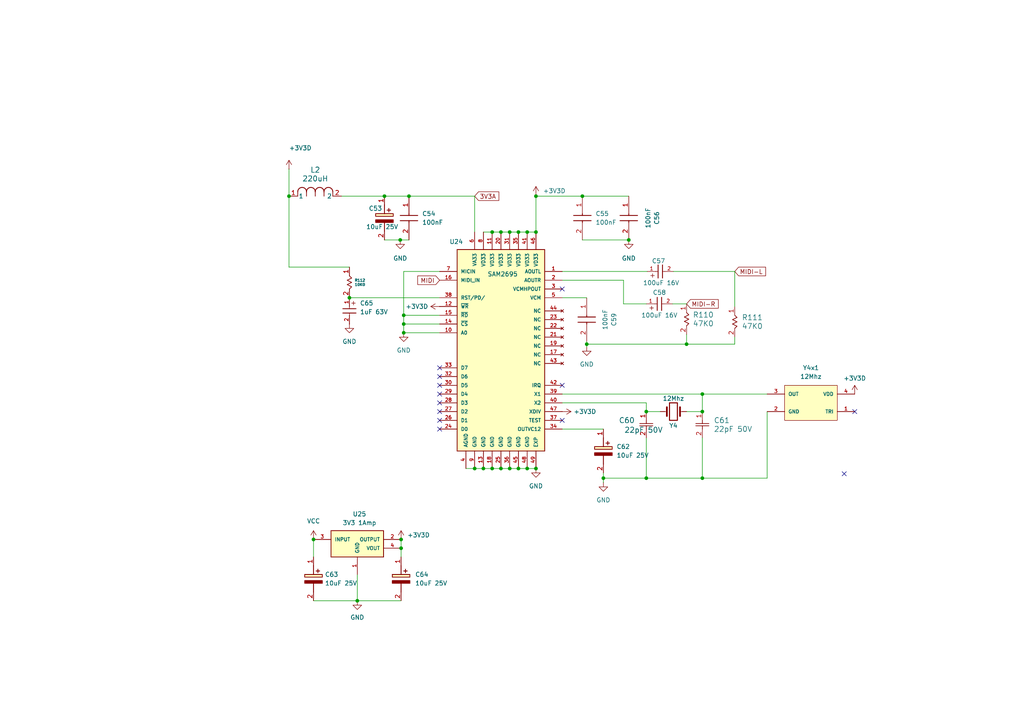
<source format=kicad_sch>
(kicad_sch
	(version 20250114)
	(generator "eeschema")
	(generator_version "9.0")
	(uuid "41b00c79-9bb6-4d5c-a048-57e39f4d508f")
	(paper "A4")
	(lib_symbols
		(symbol "Max128_Issue5:AZ1117IH-3.3TRG1"
			(pin_names
				(offset 1.016)
			)
			(exclude_from_sim no)
			(in_bom yes)
			(on_board yes)
			(property "Reference" "U"
				(at -1.524 10.16 0)
				(effects
					(font
						(size 1.27 1.27)
					)
					(justify left bottom)
				)
			)
			(property "Value" "3V3 1Amp"
				(at -4.318 8.128 0)
				(effects
					(font
						(size 1.27 1.27)
					)
					(justify left bottom)
				)
			)
			(property "Footprint" "Mod:SOT230P700X185-4N"
				(at 0 0 0)
				(effects
					(font
						(size 1.27 1.27)
					)
					(justify bottom)
					(hide yes)
				)
			)
			(property "Datasheet" ""
				(at 0 0 0)
				(effects
					(font
						(size 1.27 1.27)
					)
					(hide yes)
				)
			)
			(property "Description" "Voltage Regulator 3V3 1Amp"
				(at 0 0 0)
				(effects
					(font
						(size 1.27 1.27)
					)
					(hide yes)
				)
			)
			(symbol "AZ1117IH-3.3TRG1_0_0"
				(rectangle
					(start -7.62 7.62)
					(end 7.62 0)
					(stroke
						(width 0.254)
						(type default)
					)
					(fill
						(type background)
					)
				)
				(pin input line
					(at -12.7 5.08 0)
					(length 5.08)
					(name "INPUT"
						(effects
							(font
								(size 1.016 1.016)
							)
						)
					)
					(number "3"
						(effects
							(font
								(size 1.016 1.016)
							)
						)
					)
				)
				(pin power_in line
					(at 0 -5.08 90)
					(length 5.08)
					(name "GND"
						(effects
							(font
								(size 1.016 1.016)
							)
						)
					)
					(number "1"
						(effects
							(font
								(size 1.016 1.016)
							)
						)
					)
				)
				(pin output line
					(at 12.7 5.08 180)
					(length 5.08)
					(name "OUTPUT"
						(effects
							(font
								(size 1.016 1.016)
							)
						)
					)
					(number "2"
						(effects
							(font
								(size 1.016 1.016)
							)
						)
					)
				)
				(pin output line
					(at 12.7 2.54 180)
					(length 5.08)
					(name "VOUT"
						(effects
							(font
								(size 1.016 1.016)
							)
						)
					)
					(number "4"
						(effects
							(font
								(size 1.016 1.016)
							)
						)
					)
				)
			)
			(embedded_fonts no)
		)
		(symbol "Max128_Issue5:CF14JT10K0"
			(pin_names
				(offset 0.254)
			)
			(exclude_from_sim no)
			(in_bom yes)
			(on_board yes)
			(property "Reference" "R"
				(at 3.048 1.27 0)
				(effects
					(font
						(size 0.762 0.762)
					)
				)
			)
			(property "Value" "10K0"
				(at 6.858 1.27 0)
				(effects
					(font
						(size 0.762 0.762)
					)
				)
			)
			(property "Footprint" "Mod:STA_CF14_STP"
				(at 4.572 -1.016 0)
				(effects
					(font
						(size 0.762 0.762)
						(italic yes)
					)
					(hide yes)
				)
			)
			(property "Datasheet" ""
				(at 0 0 0)
				(effects
					(font
						(size 1.27 1.27)
					)
					(hide yes)
				)
			)
			(property "Description" "10K0"
				(at 6.858 2.286 0)
				(effects
					(font
						(size 0.762 0.762)
					)
					(hide yes)
				)
			)
			(symbol "CF14JT10K0_1_1"
				(polyline
					(pts
						(xy 3.81 0) (xy 4.445 0.635)
					)
					(stroke
						(width 0.2032)
						(type default)
					)
					(fill
						(type none)
					)
				)
				(polyline
					(pts
						(xy 4.445 0.635) (xy 5.08 -0.635)
					)
					(stroke
						(width 0.2032)
						(type default)
					)
					(fill
						(type none)
					)
				)
				(polyline
					(pts
						(xy 5.08 -0.635) (xy 5.715 0.635)
					)
					(stroke
						(width 0.2032)
						(type default)
					)
					(fill
						(type none)
					)
				)
				(polyline
					(pts
						(xy 5.715 0.635) (xy 6.35 -0.635)
					)
					(stroke
						(width 0.2032)
						(type default)
					)
					(fill
						(type none)
					)
				)
				(polyline
					(pts
						(xy 6.35 -0.635) (xy 6.985 0.635)
					)
					(stroke
						(width 0.2032)
						(type default)
					)
					(fill
						(type none)
					)
				)
				(polyline
					(pts
						(xy 6.985 0.635) (xy 7.62 0)
					)
					(stroke
						(width 0.2032)
						(type default)
					)
					(fill
						(type none)
					)
				)
				(pin unspecified line
					(at 1.27 0 0)
					(length 2.54)
					(name ""
						(effects
							(font
								(size 1.27 1.27)
							)
						)
					)
					(number "1"
						(effects
							(font
								(size 1.27 1.27)
							)
						)
					)
				)
				(pin unspecified line
					(at 10.16 0 180)
					(length 2.54)
					(name ""
						(effects
							(font
								(size 1.27 1.27)
							)
						)
					)
					(number "2"
						(effects
							(font
								(size 1.27 1.27)
							)
						)
					)
				)
			)
			(symbol "CF14JT10K0_1_2"
				(polyline
					(pts
						(xy -1.27 8.255) (xy 1.27 9.525)
					)
					(stroke
						(width 0.2032)
						(type default)
					)
					(fill
						(type none)
					)
				)
				(polyline
					(pts
						(xy -1.27 5.715) (xy 1.27 6.985)
					)
					(stroke
						(width 0.2032)
						(type default)
					)
					(fill
						(type none)
					)
				)
				(polyline
					(pts
						(xy -1.27 3.175) (xy 1.27 4.445)
					)
					(stroke
						(width 0.2032)
						(type default)
					)
					(fill
						(type none)
					)
				)
				(polyline
					(pts
						(xy 0 2.54) (xy -1.27 3.175)
					)
					(stroke
						(width 0.2032)
						(type default)
					)
					(fill
						(type none)
					)
				)
				(polyline
					(pts
						(xy 1.27 9.525) (xy 0 10.16)
					)
					(stroke
						(width 0.2032)
						(type default)
					)
					(fill
						(type none)
					)
				)
				(polyline
					(pts
						(xy 1.27 6.985) (xy -1.27 8.255)
					)
					(stroke
						(width 0.2032)
						(type default)
					)
					(fill
						(type none)
					)
				)
				(polyline
					(pts
						(xy 1.27 4.445) (xy -1.27 5.715)
					)
					(stroke
						(width 0.2032)
						(type default)
					)
					(fill
						(type none)
					)
				)
				(pin unspecified line
					(at 0 12.7 270)
					(length 2.54)
					(name ""
						(effects
							(font
								(size 1.27 1.27)
							)
						)
					)
					(number "1"
						(effects
							(font
								(size 1.27 1.27)
							)
						)
					)
				)
				(pin unspecified line
					(at 0 0 90)
					(length 2.54)
					(name ""
						(effects
							(font
								(size 1.27 1.27)
							)
						)
					)
					(number "2"
						(effects
							(font
								(size 1.27 1.27)
							)
						)
					)
				)
			)
			(embedded_fonts no)
		)
		(symbol "Max128_Issue5:CF14JT47K0"
			(pin_names
				(offset 0.254)
			)
			(exclude_from_sim no)
			(in_bom yes)
			(on_board yes)
			(property "Reference" "R"
				(at 3.048 1.27 0)
				(effects
					(font
						(size 0.762 0.762)
					)
				)
			)
			(property "Value" "47K0"
				(at 6.858 1.27 0)
				(effects
					(font
						(size 0.762 0.762)
					)
				)
			)
			(property "Footprint" "Mod:STA_CF14_STP"
				(at 4.572 -1.016 0)
				(effects
					(font
						(size 0.762 0.762)
						(italic yes)
					)
					(hide yes)
				)
			)
			(property "Datasheet" ""
				(at 0 0 0)
				(effects
					(font
						(size 1.27 1.27)
					)
					(hide yes)
				)
			)
			(property "Description" "47K0"
				(at 6.858 2.286 0)
				(effects
					(font
						(size 0.762 0.762)
					)
					(hide yes)
				)
			)
			(symbol "CF14JT47K0_1_1"
				(polyline
					(pts
						(xy 3.81 0) (xy 4.445 0.635)
					)
					(stroke
						(width 0.2032)
						(type default)
					)
					(fill
						(type none)
					)
				)
				(polyline
					(pts
						(xy 4.445 0.635) (xy 5.08 -0.635)
					)
					(stroke
						(width 0.2032)
						(type default)
					)
					(fill
						(type none)
					)
				)
				(polyline
					(pts
						(xy 5.08 -0.635) (xy 5.715 0.635)
					)
					(stroke
						(width 0.2032)
						(type default)
					)
					(fill
						(type none)
					)
				)
				(polyline
					(pts
						(xy 5.715 0.635) (xy 6.35 -0.635)
					)
					(stroke
						(width 0.2032)
						(type default)
					)
					(fill
						(type none)
					)
				)
				(polyline
					(pts
						(xy 6.35 -0.635) (xy 6.985 0.635)
					)
					(stroke
						(width 0.2032)
						(type default)
					)
					(fill
						(type none)
					)
				)
				(polyline
					(pts
						(xy 6.985 0.635) (xy 7.62 0)
					)
					(stroke
						(width 0.2032)
						(type default)
					)
					(fill
						(type none)
					)
				)
				(pin unspecified line
					(at 1.27 0 0)
					(length 2.54)
					(name ""
						(effects
							(font
								(size 1.27 1.27)
							)
						)
					)
					(number "1"
						(effects
							(font
								(size 1.27 1.27)
							)
						)
					)
				)
				(pin unspecified line
					(at 10.16 0 180)
					(length 2.54)
					(name ""
						(effects
							(font
								(size 1.27 1.27)
							)
						)
					)
					(number "2"
						(effects
							(font
								(size 1.27 1.27)
							)
						)
					)
				)
			)
			(symbol "CF14JT47K0_1_2"
				(polyline
					(pts
						(xy -1.27 8.255) (xy 1.27 9.525)
					)
					(stroke
						(width 0.2032)
						(type default)
					)
					(fill
						(type none)
					)
				)
				(polyline
					(pts
						(xy -1.27 5.715) (xy 1.27 6.985)
					)
					(stroke
						(width 0.2032)
						(type default)
					)
					(fill
						(type none)
					)
				)
				(polyline
					(pts
						(xy -1.27 3.175) (xy 1.27 4.445)
					)
					(stroke
						(width 0.2032)
						(type default)
					)
					(fill
						(type none)
					)
				)
				(polyline
					(pts
						(xy 0 2.54) (xy -1.27 3.175)
					)
					(stroke
						(width 0.2032)
						(type default)
					)
					(fill
						(type none)
					)
				)
				(polyline
					(pts
						(xy 1.27 9.525) (xy 0 10.16)
					)
					(stroke
						(width 0.2032)
						(type default)
					)
					(fill
						(type none)
					)
				)
				(polyline
					(pts
						(xy 1.27 6.985) (xy -1.27 8.255)
					)
					(stroke
						(width 0.2032)
						(type default)
					)
					(fill
						(type none)
					)
				)
				(polyline
					(pts
						(xy 1.27 4.445) (xy -1.27 5.715)
					)
					(stroke
						(width 0.2032)
						(type default)
					)
					(fill
						(type none)
					)
				)
				(pin unspecified line
					(at 0 12.7 270)
					(length 2.54)
					(name ""
						(effects
							(font
								(size 1.27 1.27)
							)
						)
					)
					(number "1"
						(effects
							(font
								(size 1.27 1.27)
							)
						)
					)
				)
				(pin unspecified line
					(at 0 0 90)
					(length 2.54)
					(name ""
						(effects
							(font
								(size 1.27 1.27)
							)
						)
					)
					(number "2"
						(effects
							(font
								(size 1.27 1.27)
							)
						)
					)
				)
			)
			(embedded_fonts no)
		)
		(symbol "Max128_Issue5:Crystal"
			(pin_numbers
				(hide yes)
			)
			(pin_names
				(offset 1.016)
				(hide yes)
			)
			(exclude_from_sim no)
			(in_bom yes)
			(on_board yes)
			(property "Reference" "Y"
				(at 0 3.81 0)
				(effects
					(font
						(size 1.27 1.27)
					)
				)
			)
			(property "Value" "Crystal"
				(at 0 -3.81 0)
				(effects
					(font
						(size 1.27 1.27)
					)
				)
			)
			(property "Footprint" ""
				(at 0 0 0)
				(effects
					(font
						(size 1.27 1.27)
					)
					(hide yes)
				)
			)
			(property "Datasheet" "~"
				(at 0 0 0)
				(effects
					(font
						(size 1.27 1.27)
					)
					(hide yes)
				)
			)
			(property "Description" "Two pin crystal"
				(at 0 0 0)
				(effects
					(font
						(size 1.27 1.27)
					)
					(hide yes)
				)
			)
			(property "ki_keywords" "quartz ceramic resonator oscillator"
				(at 0 0 0)
				(effects
					(font
						(size 1.27 1.27)
					)
					(hide yes)
				)
			)
			(property "ki_fp_filters" "Crystal*"
				(at 0 0 0)
				(effects
					(font
						(size 1.27 1.27)
					)
					(hide yes)
				)
			)
			(symbol "Crystal_0_1"
				(polyline
					(pts
						(xy -2.54 0) (xy -1.905 0)
					)
					(stroke
						(width 0)
						(type default)
					)
					(fill
						(type none)
					)
				)
				(polyline
					(pts
						(xy -1.905 -1.27) (xy -1.905 1.27)
					)
					(stroke
						(width 0.508)
						(type default)
					)
					(fill
						(type none)
					)
				)
				(rectangle
					(start -1.143 2.54)
					(end 1.143 -2.54)
					(stroke
						(width 0.3048)
						(type default)
					)
					(fill
						(type none)
					)
				)
				(polyline
					(pts
						(xy 1.905 -1.27) (xy 1.905 1.27)
					)
					(stroke
						(width 0.508)
						(type default)
					)
					(fill
						(type none)
					)
				)
				(polyline
					(pts
						(xy 2.54 0) (xy 1.905 0)
					)
					(stroke
						(width 0)
						(type default)
					)
					(fill
						(type none)
					)
				)
			)
			(symbol "Crystal_1_1"
				(pin passive line
					(at -3.81 0 0)
					(length 1.27)
					(name "1"
						(effects
							(font
								(size 1.27 1.27)
							)
						)
					)
					(number "1"
						(effects
							(font
								(size 1.27 1.27)
							)
						)
					)
				)
				(pin passive line
					(at 3.81 0 180)
					(length 1.27)
					(name "2"
						(effects
							(font
								(size 1.27 1.27)
							)
						)
					)
					(number "2"
						(effects
							(font
								(size 1.27 1.27)
							)
						)
					)
				)
			)
			(embedded_fonts no)
		)
		(symbol "Max128_Issue5:ECA-1EM100B"
			(pin_names
				(hide yes)
			)
			(exclude_from_sim no)
			(in_bom yes)
			(on_board yes)
			(property "Reference" "C"
				(at 8.89 6.35 0)
				(effects
					(font
						(size 1.27 1.27)
					)
					(justify left top)
				)
			)
			(property "Value" "ECA-1EM100B"
				(at 8.89 3.81 0)
				(effects
					(font
						(size 1.27 1.27)
					)
					(justify left top)
				)
			)
			(property "Footprint" "CAPPRD200W50D500H1100"
				(at 8.89 -96.19 0)
				(effects
					(font
						(size 1.27 1.27)
					)
					(justify left top)
					(hide yes)
				)
			)
			(property "Datasheet" "https://www.digikey.com/en/datasheets/panasonic-electronic-components/panasonic-electronic-components-ecaxxm-series-type-a"
				(at 8.89 -196.19 0)
				(effects
					(font
						(size 1.27 1.27)
					)
					(justify left top)
					(hide yes)
				)
			)
			(property "Description" "ECA-1EM100B - 10uF Aluminum Electrolytic Capacitors Radial"
				(at 0 0 0)
				(effects
					(font
						(size 1.27 1.27)
					)
					(hide yes)
				)
			)
			(property "Height" "11"
				(at 8.89 -396.19 0)
				(effects
					(font
						(size 1.27 1.27)
					)
					(justify left top)
					(hide yes)
				)
			)
			(property "Mouser Part Number" "667-ECA-1EM100B"
				(at 8.89 -496.19 0)
				(effects
					(font
						(size 1.27 1.27)
					)
					(justify left top)
					(hide yes)
				)
			)
			(property "Mouser Price/Stock" "https://www.mouser.co.uk/ProductDetail/Panasonic/ECA-1EM100B?qs=rMMd5vBiahrNyc2p3snNiw%3D%3D"
				(at 8.89 -596.19 0)
				(effects
					(font
						(size 1.27 1.27)
					)
					(justify left top)
					(hide yes)
				)
			)
			(property "Manufacturer_Name" "Panasonic"
				(at 8.89 -696.19 0)
				(effects
					(font
						(size 1.27 1.27)
					)
					(justify left top)
					(hide yes)
				)
			)
			(property "Manufacturer_Part_Number" "ECA-1EM100B"
				(at 8.89 -796.19 0)
				(effects
					(font
						(size 1.27 1.27)
					)
					(justify left top)
					(hide yes)
				)
			)
			(symbol "ECA-1EM100B_1_1"
				(polyline
					(pts
						(xy 2.54 0) (xy 5.08 0)
					)
					(stroke
						(width 0.254)
						(type default)
					)
					(fill
						(type none)
					)
				)
				(polyline
					(pts
						(xy 4.064 1.778) (xy 4.064 0.762)
					)
					(stroke
						(width 0.254)
						(type default)
					)
					(fill
						(type none)
					)
				)
				(polyline
					(pts
						(xy 4.572 1.27) (xy 3.556 1.27)
					)
					(stroke
						(width 0.254)
						(type default)
					)
					(fill
						(type none)
					)
				)
				(rectangle
					(start 5.08 2.54)
					(end 5.842 -2.54)
					(stroke
						(width 0.254)
						(type default)
					)
					(fill
						(type background)
					)
				)
				(polyline
					(pts
						(xy 7.62 2.54) (xy 7.62 -2.54) (xy 6.858 -2.54) (xy 6.858 2.54) (xy 7.62 2.54)
					)
					(stroke
						(width 0.254)
						(type default)
					)
					(fill
						(type outline)
					)
				)
				(polyline
					(pts
						(xy 7.62 0) (xy 10.16 0)
					)
					(stroke
						(width 0.254)
						(type default)
					)
					(fill
						(type none)
					)
				)
				(pin passive line
					(at 0 0 0)
					(length 2.54)
					(name "+"
						(effects
							(font
								(size 1.27 1.27)
							)
						)
					)
					(number "1"
						(effects
							(font
								(size 1.27 1.27)
							)
						)
					)
				)
				(pin passive line
					(at 12.7 0 180)
					(length 2.54)
					(name "-"
						(effects
							(font
								(size 1.27 1.27)
							)
						)
					)
					(number "2"
						(effects
							(font
								(size 1.27 1.27)
							)
						)
					)
				)
			)
			(embedded_fonts no)
		)
		(symbol "Max128_Issue5:ECS-2333-120-BN-TR"
			(pin_names
				(offset 1.016)
			)
			(exclude_from_sim no)
			(in_bom yes)
			(on_board yes)
			(property "Reference" "Y"
				(at 0.508 6.096 0)
				(effects
					(font
						(size 1.27 1.27)
					)
					(justify left bottom)
				)
			)
			(property "Value" "12Mhz"
				(at 3.048 -7.62 0)
				(effects
					(font
						(size 1.27 1.27)
					)
					(justify left bottom)
				)
			)
			(property "Footprint" "Mod:OSC_ECS-2333-120-BN-TR"
				(at 0 0 0)
				(effects
					(font
						(size 1.27 1.27)
					)
					(justify bottom)
					(hide yes)
				)
			)
			(property "Datasheet" ""
				(at 0 0 0)
				(effects
					(font
						(size 1.27 1.27)
					)
					(hide yes)
				)
			)
			(property "Description" "Crystal 2 Pin 12Mhz"
				(at 0 0 0)
				(effects
					(font
						(size 1.27 1.27)
					)
					(hide yes)
				)
			)
			(symbol "ECS-2333-120-BN-TR_0_0"
				(rectangle
					(start -7.62 5.08)
					(end 7.62 -5.08)
					(stroke
						(width 0.1524)
						(type default)
					)
					(fill
						(type background)
					)
				)
				(pin output line
					(at -12.7 2.54 0)
					(length 5.08)
					(name "OUT"
						(effects
							(font
								(size 1.016 1.016)
							)
						)
					)
					(number "3"
						(effects
							(font
								(size 1.016 1.016)
							)
						)
					)
				)
				(pin power_in line
					(at -12.7 -2.54 0)
					(length 5.08)
					(name "GND"
						(effects
							(font
								(size 1.016 1.016)
							)
						)
					)
					(number "2"
						(effects
							(font
								(size 1.016 1.016)
							)
						)
					)
				)
				(pin input line
					(at 12.7 2.54 180)
					(length 5.08)
					(name "VDD"
						(effects
							(font
								(size 1.016 1.016)
							)
						)
					)
					(number "4"
						(effects
							(font
								(size 1.016 1.016)
							)
						)
					)
				)
				(pin input line
					(at 12.7 -2.54 180)
					(length 5.08)
					(name "TRI"
						(effects
							(font
								(size 1.016 1.016)
							)
						)
					)
					(number "1"
						(effects
							(font
								(size 1.016 1.016)
							)
						)
					)
				)
			)
			(embedded_fonts no)
		)
		(symbol "Max128_Issue5:K104Z15Y5VF5TL2"
			(pin_names
				(hide yes)
			)
			(exclude_from_sim no)
			(in_bom yes)
			(on_board yes)
			(property "Reference" "C"
				(at 8.89 6.35 0)
				(effects
					(font
						(size 1.27 1.27)
					)
					(justify left top)
				)
			)
			(property "Value" "K104Z15Y5VF5TL2"
				(at 8.89 3.81 0)
				(effects
					(font
						(size 1.27 1.27)
					)
					(justify left top)
				)
			)
			(property "Footprint" "K104K15X7RF53H5"
				(at 8.89 -96.19 0)
				(effects
					(font
						(size 1.27 1.27)
					)
					(justify left top)
					(hide yes)
				)
			)
			(property "Datasheet" ""
				(at 8.89 -196.19 0)
				(effects
					(font
						(size 1.27 1.27)
					)
					(justify left top)
					(hide yes)
				)
			)
			(property "Description" "Vishay K 100nF Ceramic Multilayer Capacitor, 100 V dc, +85C, Y5V Dielectric, +80 %, -20 %"
				(at 0 0 0)
				(effects
					(font
						(size 1.27 1.27)
					)
					(hide yes)
				)
			)
			(property "Height" ""
				(at 8.89 -396.19 0)
				(effects
					(font
						(size 1.27 1.27)
					)
					(justify left top)
					(hide yes)
				)
			)
			(property "Mouser Part Number" "594-K104Z15Y5VF5TL2"
				(at 8.89 -496.19 0)
				(effects
					(font
						(size 1.27 1.27)
					)
					(justify left top)
					(hide yes)
				)
			)
			(property "Mouser Price/Stock" "https://www.mouser.co.uk/ProductDetail/Vishay-BC-Components/K104Z15Y5VF5TL2?qs=8fb2TFeI5qG%252BXNQE4bq55w%3D%3D"
				(at 8.89 -596.19 0)
				(effects
					(font
						(size 1.27 1.27)
					)
					(justify left top)
					(hide yes)
				)
			)
			(property "Manufacturer_Name" "Vishay"
				(at 8.89 -696.19 0)
				(effects
					(font
						(size 1.27 1.27)
					)
					(justify left top)
					(hide yes)
				)
			)
			(property "Manufacturer_Part_Number" "K104Z15Y5VF5TL2"
				(at 8.89 -796.19 0)
				(effects
					(font
						(size 1.27 1.27)
					)
					(justify left top)
					(hide yes)
				)
			)
			(symbol "K104Z15Y5VF5TL2_1_1"
				(polyline
					(pts
						(xy 5.08 0) (xy 5.588 0)
					)
					(stroke
						(width 0.254)
						(type default)
					)
					(fill
						(type none)
					)
				)
				(polyline
					(pts
						(xy 5.588 2.54) (xy 5.588 -2.54)
					)
					(stroke
						(width 0.254)
						(type default)
					)
					(fill
						(type none)
					)
				)
				(polyline
					(pts
						(xy 7.112 2.54) (xy 7.112 -2.54)
					)
					(stroke
						(width 0.254)
						(type default)
					)
					(fill
						(type none)
					)
				)
				(polyline
					(pts
						(xy 7.112 0) (xy 7.62 0)
					)
					(stroke
						(width 0.254)
						(type default)
					)
					(fill
						(type none)
					)
				)
				(pin passive line
					(at 0 0 0)
					(length 5.08)
					(name "+"
						(effects
							(font
								(size 1.27 1.27)
							)
						)
					)
					(number "1"
						(effects
							(font
								(size 1.27 1.27)
							)
						)
					)
				)
				(pin passive line
					(at 12.7 0 180)
					(length 5.08)
					(name "-"
						(effects
							(font
								(size 1.27 1.27)
							)
						)
					)
					(number "2"
						(effects
							(font
								(size 1.27 1.27)
							)
						)
					)
				)
			)
			(embedded_fonts no)
		)
		(symbol "Max128_Issue5:K220J15C0GF53L2"
			(pin_names
				(offset 0.254)
			)
			(exclude_from_sim no)
			(in_bom yes)
			(on_board yes)
			(property "Reference" "C"
				(at 3.81 3.81 0)
				(effects
					(font
						(size 1.524 1.524)
					)
				)
			)
			(property "Value" "22pF 50V"
				(at 3.81 -3.81 0)
				(effects
					(font
						(size 1.524 1.524)
					)
				)
			)
			(property "Footprint" "CAP_K220J15C0GF53L2_VIS"
				(at 0 0 0)
				(effects
					(font
						(size 1.27 1.27)
						(italic yes)
					)
					(hide yes)
				)
			)
			(property "Datasheet" "https://www.vishay.com/doc?45171"
				(at 0 0 0)
				(effects
					(font
						(size 1.27 1.27)
						(italic yes)
					)
					(hide yes)
				)
			)
			(property "Description" ""
				(at 0 0 0)
				(effects
					(font
						(size 1.27 1.27)
					)
					(hide yes)
				)
			)
			(property "ki_locked" ""
				(at 0 0 0)
				(effects
					(font
						(size 1.27 1.27)
					)
				)
			)
			(property "ki_keywords" "K220J15C0GF53L2"
				(at 0 0 0)
				(effects
					(font
						(size 1.27 1.27)
					)
					(hide yes)
				)
			)
			(property "ki_fp_filters" "CAP_K220J15C0GF53L2_VIS"
				(at 0 0 0)
				(effects
					(font
						(size 1.27 1.27)
					)
					(hide yes)
				)
			)
			(symbol "K220J15C0GF53L2_1_1"
				(polyline
					(pts
						(xy 2.54 0) (xy 3.4798 0)
					)
					(stroke
						(width 0.2032)
						(type default)
					)
					(fill
						(type none)
					)
				)
				(polyline
					(pts
						(xy 3.4798 -1.905) (xy 3.4798 1.905)
					)
					(stroke
						(width 0.2032)
						(type default)
					)
					(fill
						(type none)
					)
				)
				(polyline
					(pts
						(xy 4.1148 0) (xy 5.08 0)
					)
					(stroke
						(width 0.2032)
						(type default)
					)
					(fill
						(type none)
					)
				)
				(polyline
					(pts
						(xy 4.1148 -1.905) (xy 4.1148 1.905)
					)
					(stroke
						(width 0.2032)
						(type default)
					)
					(fill
						(type none)
					)
				)
				(pin unspecified line
					(at 0 0 0)
					(length 2.54)
					(name ""
						(effects
							(font
								(size 1.27 1.27)
							)
						)
					)
					(number "1"
						(effects
							(font
								(size 1.27 1.27)
							)
						)
					)
				)
				(pin unspecified line
					(at 7.62 0 180)
					(length 2.54)
					(name ""
						(effects
							(font
								(size 1.27 1.27)
							)
						)
					)
					(number "2"
						(effects
							(font
								(size 1.27 1.27)
							)
						)
					)
				)
			)
			(symbol "K220J15C0GF53L2_1_2"
				(polyline
					(pts
						(xy -1.905 -3.4798) (xy 1.905 -3.4798)
					)
					(stroke
						(width 0.2032)
						(type default)
					)
					(fill
						(type none)
					)
				)
				(polyline
					(pts
						(xy -1.905 -4.1148) (xy 1.905 -4.1148)
					)
					(stroke
						(width 0.2032)
						(type default)
					)
					(fill
						(type none)
					)
				)
				(polyline
					(pts
						(xy 0 -2.54) (xy 0 -3.4798)
					)
					(stroke
						(width 0.2032)
						(type default)
					)
					(fill
						(type none)
					)
				)
				(polyline
					(pts
						(xy 0 -4.1148) (xy 0 -5.08)
					)
					(stroke
						(width 0.2032)
						(type default)
					)
					(fill
						(type none)
					)
				)
				(pin unspecified line
					(at 0 0 270)
					(length 2.54)
					(name ""
						(effects
							(font
								(size 1.27 1.27)
							)
						)
					)
					(number "1"
						(effects
							(font
								(size 1.27 1.27)
							)
						)
					)
				)
				(pin unspecified line
					(at 0 -7.62 90)
					(length 2.54)
					(name ""
						(effects
							(font
								(size 1.27 1.27)
							)
						)
					)
					(number "2"
						(effects
							(font
								(size 1.27 1.27)
							)
						)
					)
				)
			)
			(embedded_fonts no)
		)
		(symbol "Max128_Issue5:RLB0608-221KL"
			(pin_names
				(offset 0.254)
			)
			(exclude_from_sim no)
			(in_bom yes)
			(on_board yes)
			(property "Reference" "L"
				(at 6.985 5.08 0)
				(effects
					(font
						(size 1.524 1.524)
					)
				)
			)
			(property "Value" "RLB0608-221KL"
				(at 6.985 -2.54 0)
				(effects
					(font
						(size 1.524 1.524)
					)
				)
			)
			(property "Footprint" "IND_BOURNS_RLB0608"
				(at 0 0 0)
				(effects
					(font
						(size 1.27 1.27)
						(italic yes)
					)
					(hide yes)
				)
			)
			(property "Datasheet" "RLB0608-221KL"
				(at 0 0 0)
				(effects
					(font
						(size 1.27 1.27)
						(italic yes)
					)
					(hide yes)
				)
			)
			(property "Description" ""
				(at 0 0 0)
				(effects
					(font
						(size 1.27 1.27)
					)
					(hide yes)
				)
			)
			(property "ki_locked" ""
				(at 0 0 0)
				(effects
					(font
						(size 1.27 1.27)
					)
				)
			)
			(property "ki_keywords" "RLB0608-221KL"
				(at 0 0 0)
				(effects
					(font
						(size 1.27 1.27)
					)
					(hide yes)
				)
			)
			(property "ki_fp_filters" "IND_BOURNS_RLB0608"
				(at 0 0 0)
				(effects
					(font
						(size 1.27 1.27)
					)
					(hide yes)
				)
			)
			(symbol "RLB0608-221KL_1_1"
				(polyline
					(pts
						(xy 2.54 0) (xy 2.54 1.27)
					)
					(stroke
						(width 0.2032)
						(type default)
					)
					(fill
						(type none)
					)
				)
				(arc
					(start 2.54 1.27)
					(mid 3.81 2.5344)
					(end 5.08 1.27)
					(stroke
						(width 0.254)
						(type default)
					)
					(fill
						(type none)
					)
				)
				(polyline
					(pts
						(xy 5.08 0) (xy 5.08 1.27)
					)
					(stroke
						(width 0.2032)
						(type default)
					)
					(fill
						(type none)
					)
				)
				(arc
					(start 5.08 1.27)
					(mid 6.35 2.5344)
					(end 7.62 1.27)
					(stroke
						(width 0.254)
						(type default)
					)
					(fill
						(type none)
					)
				)
				(polyline
					(pts
						(xy 7.62 0) (xy 7.62 1.27)
					)
					(stroke
						(width 0.2032)
						(type default)
					)
					(fill
						(type none)
					)
				)
				(arc
					(start 7.62 1.27)
					(mid 8.89 2.5344)
					(end 10.16 1.27)
					(stroke
						(width 0.254)
						(type default)
					)
					(fill
						(type none)
					)
				)
				(polyline
					(pts
						(xy 10.16 0) (xy 10.16 1.27)
					)
					(stroke
						(width 0.2032)
						(type default)
					)
					(fill
						(type none)
					)
				)
				(arc
					(start 10.16 1.27)
					(mid 11.43 2.5344)
					(end 12.7 1.27)
					(stroke
						(width 0.254)
						(type default)
					)
					(fill
						(type none)
					)
				)
				(polyline
					(pts
						(xy 12.7 0) (xy 12.7 1.27)
					)
					(stroke
						(width 0.2032)
						(type default)
					)
					(fill
						(type none)
					)
				)
				(pin unspecified line
					(at 0 0 0)
					(length 2.54)
					(name "2"
						(effects
							(font
								(size 1.27 1.27)
							)
						)
					)
					(number "2"
						(effects
							(font
								(size 1.27 1.27)
							)
						)
					)
				)
				(pin unspecified line
					(at 15.24 0 180)
					(length 2.54)
					(name "1"
						(effects
							(font
								(size 1.27 1.27)
							)
						)
					)
					(number "1"
						(effects
							(font
								(size 1.27 1.27)
							)
						)
					)
				)
			)
			(symbol "RLB0608-221KL_1_2"
				(arc
					(start -1.27 10.16)
					(mid -2.5344 11.43)
					(end -1.27 12.7)
					(stroke
						(width 0.254)
						(type default)
					)
					(fill
						(type none)
					)
				)
				(arc
					(start -1.27 7.62)
					(mid -2.5344 8.89)
					(end -1.27 10.16)
					(stroke
						(width 0.254)
						(type default)
					)
					(fill
						(type none)
					)
				)
				(arc
					(start -1.27 5.08)
					(mid -2.5344 6.35)
					(end -1.27 7.62)
					(stroke
						(width 0.254)
						(type default)
					)
					(fill
						(type none)
					)
				)
				(arc
					(start -1.27 2.54)
					(mid -2.5344 3.81)
					(end -1.27 5.08)
					(stroke
						(width 0.254)
						(type default)
					)
					(fill
						(type none)
					)
				)
				(polyline
					(pts
						(xy 0 12.7) (xy -1.27 12.7)
					)
					(stroke
						(width 0.2032)
						(type default)
					)
					(fill
						(type none)
					)
				)
				(polyline
					(pts
						(xy 0 10.16) (xy -1.27 10.16)
					)
					(stroke
						(width 0.2032)
						(type default)
					)
					(fill
						(type none)
					)
				)
				(polyline
					(pts
						(xy 0 7.62) (xy -1.27 7.62)
					)
					(stroke
						(width 0.2032)
						(type default)
					)
					(fill
						(type none)
					)
				)
				(polyline
					(pts
						(xy 0 5.08) (xy -1.27 5.08)
					)
					(stroke
						(width 0.2032)
						(type default)
					)
					(fill
						(type none)
					)
				)
				(polyline
					(pts
						(xy 0 2.54) (xy -1.27 2.54)
					)
					(stroke
						(width 0.2032)
						(type default)
					)
					(fill
						(type none)
					)
				)
				(pin unspecified line
					(at 0 15.24 270)
					(length 2.54)
					(name "1"
						(effects
							(font
								(size 1.27 1.27)
							)
						)
					)
					(number "1"
						(effects
							(font
								(size 1.27 1.27)
							)
						)
					)
				)
				(pin unspecified line
					(at 0 0 90)
					(length 2.54)
					(name "2"
						(effects
							(font
								(size 1.27 1.27)
							)
						)
					)
					(number "2"
						(effects
							(font
								(size 1.27 1.27)
							)
						)
					)
				)
			)
			(embedded_fonts no)
		)
		(symbol "Max128_Issue5:SAM2695"
			(pin_names
				(offset 1.016)
			)
			(exclude_from_sim no)
			(in_bom yes)
			(on_board yes)
			(property "Reference" "U"
				(at -15.24 30.988 0)
				(effects
					(font
						(size 1.27 1.27)
					)
					(justify left bottom)
				)
			)
			(property "Value" "Midi SAM2695"
				(at -23.876 39.624 0)
				(effects
					(font
						(size 1.27 1.27)
					)
					(justify left bottom)
				)
			)
			(property "Footprint" "Mod:QFN40P600X600X90-49N"
				(at 0 0 0)
				(effects
					(font
						(size 1.27 1.27)
					)
					(justify bottom)
					(hide yes)
				)
			)
			(property "Datasheet" ""
				(at 0 0 0)
				(effects
					(font
						(size 1.27 1.27)
					)
					(hide yes)
				)
			)
			(property "Description" "MIdi Generator SAM2695"
				(at 0 0 0)
				(effects
					(font
						(size 1.27 1.27)
					)
					(hide yes)
				)
			)
			(symbol "SAM2695_0_0"
				(rectangle
					(start -15.24 30.48)
					(end 10.16 -27.94)
					(stroke
						(width 0.254)
						(type default)
					)
					(fill
						(type background)
					)
				)
				(pin unspecified line
					(at -20.32 24.13 0)
					(length 5.08)
					(name "MICIN"
						(effects
							(font
								(size 1.016 1.016)
							)
						)
					)
					(number "7"
						(effects
							(font
								(size 1.016 1.016)
							)
						)
					)
				)
				(pin unspecified line
					(at -20.32 21.59 0)
					(length 5.08)
					(name "MIDI_IN"
						(effects
							(font
								(size 1.016 1.016)
							)
						)
					)
					(number "16"
						(effects
							(font
								(size 1.016 1.016)
							)
						)
					)
				)
				(pin unspecified line
					(at -20.32 16.51 0)
					(length 5.08)
					(name "RST/PD/"
						(effects
							(font
								(size 1.016 1.016)
							)
						)
					)
					(number "38"
						(effects
							(font
								(size 1.016 1.016)
							)
						)
					)
				)
				(pin unspecified line
					(at -20.32 13.97 0)
					(length 5.08)
					(name "~{WR}"
						(effects
							(font
								(size 1.016 1.016)
							)
						)
					)
					(number "12"
						(effects
							(font
								(size 1.016 1.016)
							)
						)
					)
				)
				(pin unspecified line
					(at -20.32 11.43 0)
					(length 5.08)
					(name "~{RD}"
						(effects
							(font
								(size 1.016 1.016)
							)
						)
					)
					(number "15"
						(effects
							(font
								(size 1.016 1.016)
							)
						)
					)
				)
				(pin unspecified line
					(at -20.32 8.89 0)
					(length 5.08)
					(name "~{CS}"
						(effects
							(font
								(size 1.016 1.016)
							)
						)
					)
					(number "14"
						(effects
							(font
								(size 1.016 1.016)
							)
						)
					)
				)
				(pin unspecified line
					(at -20.32 6.35 0)
					(length 5.08)
					(name "A0"
						(effects
							(font
								(size 1.016 1.016)
							)
						)
					)
					(number "10"
						(effects
							(font
								(size 1.016 1.016)
							)
						)
					)
				)
				(pin unspecified line
					(at -20.32 -3.81 0)
					(length 5.08)
					(name "D7"
						(effects
							(font
								(size 1.016 1.016)
							)
						)
					)
					(number "33"
						(effects
							(font
								(size 1.016 1.016)
							)
						)
					)
				)
				(pin unspecified line
					(at -20.32 -6.35 0)
					(length 5.08)
					(name "D6"
						(effects
							(font
								(size 1.016 1.016)
							)
						)
					)
					(number "32"
						(effects
							(font
								(size 1.016 1.016)
							)
						)
					)
				)
				(pin unspecified line
					(at -20.32 -8.89 0)
					(length 5.08)
					(name "D5"
						(effects
							(font
								(size 1.016 1.016)
							)
						)
					)
					(number "30"
						(effects
							(font
								(size 1.016 1.016)
							)
						)
					)
				)
				(pin unspecified line
					(at -20.32 -11.43 0)
					(length 5.08)
					(name "D4"
						(effects
							(font
								(size 1.016 1.016)
							)
						)
					)
					(number "29"
						(effects
							(font
								(size 1.016 1.016)
							)
						)
					)
				)
				(pin unspecified line
					(at -20.32 -13.97 0)
					(length 5.08)
					(name "D3"
						(effects
							(font
								(size 1.016 1.016)
							)
						)
					)
					(number "28"
						(effects
							(font
								(size 1.016 1.016)
							)
						)
					)
				)
				(pin unspecified line
					(at -20.32 -16.51 0)
					(length 5.08)
					(name "D2"
						(effects
							(font
								(size 1.016 1.016)
							)
						)
					)
					(number "27"
						(effects
							(font
								(size 1.016 1.016)
							)
						)
					)
				)
				(pin unspecified line
					(at -20.32 -19.05 0)
					(length 5.08)
					(name "D1"
						(effects
							(font
								(size 1.016 1.016)
							)
						)
					)
					(number "26"
						(effects
							(font
								(size 1.016 1.016)
							)
						)
					)
				)
				(pin unspecified line
					(at -20.32 -21.59 0)
					(length 5.08)
					(name "D0"
						(effects
							(font
								(size 1.016 1.016)
							)
						)
					)
					(number "24"
						(effects
							(font
								(size 1.016 1.016)
							)
						)
					)
				)
				(pin power_in line
					(at -12.7 -33.02 90)
					(length 5.08)
					(name "AGND"
						(effects
							(font
								(size 1.016 1.016)
							)
						)
					)
					(number "4"
						(effects
							(font
								(size 1.016 1.016)
							)
						)
					)
				)
				(pin power_in line
					(at -10.16 35.56 270)
					(length 5.08)
					(name "VA33"
						(effects
							(font
								(size 1.016 1.016)
							)
						)
					)
					(number "6"
						(effects
							(font
								(size 1.016 1.016)
							)
						)
					)
				)
				(pin power_in line
					(at -10.16 -33.02 90)
					(length 5.08)
					(name "GND"
						(effects
							(font
								(size 1.016 1.016)
							)
						)
					)
					(number "9"
						(effects
							(font
								(size 1.016 1.016)
							)
						)
					)
				)
				(pin power_in line
					(at -7.62 35.56 270)
					(length 5.08)
					(name "VD33"
						(effects
							(font
								(size 1.016 1.016)
							)
						)
					)
					(number "8"
						(effects
							(font
								(size 1.016 1.016)
							)
						)
					)
				)
				(pin power_in line
					(at -7.62 -33.02 90)
					(length 5.08)
					(name "GND"
						(effects
							(font
								(size 1.016 1.016)
							)
						)
					)
					(number "13"
						(effects
							(font
								(size 1.016 1.016)
							)
						)
					)
				)
				(pin power_in line
					(at -5.08 35.56 270)
					(length 5.08)
					(name "VD33"
						(effects
							(font
								(size 1.016 1.016)
							)
						)
					)
					(number "11"
						(effects
							(font
								(size 1.016 1.016)
							)
						)
					)
				)
				(pin power_in line
					(at -5.08 -33.02 90)
					(length 5.08)
					(name "GND"
						(effects
							(font
								(size 1.016 1.016)
							)
						)
					)
					(number "18"
						(effects
							(font
								(size 1.016 1.016)
							)
						)
					)
				)
				(pin power_in line
					(at -2.54 35.56 270)
					(length 5.08)
					(name "VD33"
						(effects
							(font
								(size 1.016 1.016)
							)
						)
					)
					(number "20"
						(effects
							(font
								(size 1.016 1.016)
							)
						)
					)
				)
				(pin power_in line
					(at -2.54 -33.02 90)
					(length 5.08)
					(name "GND"
						(effects
							(font
								(size 1.016 1.016)
							)
						)
					)
					(number "25"
						(effects
							(font
								(size 1.016 1.016)
							)
						)
					)
				)
				(pin power_in line
					(at 0 35.56 270)
					(length 5.08)
					(name "VD33"
						(effects
							(font
								(size 1.016 1.016)
							)
						)
					)
					(number "31"
						(effects
							(font
								(size 1.016 1.016)
							)
						)
					)
				)
				(pin power_in line
					(at 0 -33.02 90)
					(length 5.08)
					(name "GND"
						(effects
							(font
								(size 1.016 1.016)
							)
						)
					)
					(number "36"
						(effects
							(font
								(size 1.016 1.016)
							)
						)
					)
				)
				(pin power_in line
					(at 2.54 35.56 270)
					(length 5.08)
					(name "VD33"
						(effects
							(font
								(size 1.016 1.016)
							)
						)
					)
					(number "35"
						(effects
							(font
								(size 1.016 1.016)
							)
						)
					)
				)
				(pin power_in line
					(at 2.54 -33.02 90)
					(length 5.08)
					(name "GND"
						(effects
							(font
								(size 1.016 1.016)
							)
						)
					)
					(number "45"
						(effects
							(font
								(size 1.016 1.016)
							)
						)
					)
				)
				(pin power_in line
					(at 5.08 35.56 270)
					(length 5.08)
					(name "VD33"
						(effects
							(font
								(size 1.016 1.016)
							)
						)
					)
					(number "41"
						(effects
							(font
								(size 1.016 1.016)
							)
						)
					)
				)
				(pin power_in line
					(at 5.08 -33.02 90)
					(length 5.08)
					(name "GND"
						(effects
							(font
								(size 1.016 1.016)
							)
						)
					)
					(number "48"
						(effects
							(font
								(size 1.016 1.016)
							)
						)
					)
				)
				(pin power_in line
					(at 7.62 35.56 270)
					(length 5.08)
					(name "VD33"
						(effects
							(font
								(size 1.016 1.016)
							)
						)
					)
					(number "46"
						(effects
							(font
								(size 1.016 1.016)
							)
						)
					)
				)
				(pin passive line
					(at 7.62 -33.02 90)
					(length 5.08)
					(name "EXP"
						(effects
							(font
								(size 1.016 1.016)
							)
						)
					)
					(number "49"
						(effects
							(font
								(size 1.016 1.016)
							)
						)
					)
				)
				(pin unspecified line
					(at 15.24 24.13 180)
					(length 5.08)
					(name "AOUTL"
						(effects
							(font
								(size 1.016 1.016)
							)
						)
					)
					(number "1"
						(effects
							(font
								(size 1.016 1.016)
							)
						)
					)
				)
				(pin unspecified line
					(at 15.24 21.59 180)
					(length 5.08)
					(name "AOUTR"
						(effects
							(font
								(size 1.016 1.016)
							)
						)
					)
					(number "2"
						(effects
							(font
								(size 1.016 1.016)
							)
						)
					)
				)
				(pin unspecified line
					(at 15.24 19.05 180)
					(length 5.08)
					(name "VCMHPOUT"
						(effects
							(font
								(size 1.016 1.016)
							)
						)
					)
					(number "3"
						(effects
							(font
								(size 1.016 1.016)
							)
						)
					)
				)
				(pin unspecified line
					(at 15.24 16.51 180)
					(length 5.08)
					(name "VCM"
						(effects
							(font
								(size 1.016 1.016)
							)
						)
					)
					(number "5"
						(effects
							(font
								(size 1.016 1.016)
							)
						)
					)
				)
				(pin no_connect line
					(at 15.24 12.7 180)
					(length 5.08)
					(name "NC"
						(effects
							(font
								(size 1.016 1.016)
							)
						)
					)
					(number "44"
						(effects
							(font
								(size 1.016 1.016)
							)
						)
					)
				)
				(pin no_connect line
					(at 15.24 10.16 180)
					(length 5.08)
					(name "NC"
						(effects
							(font
								(size 1.016 1.016)
							)
						)
					)
					(number "23"
						(effects
							(font
								(size 1.016 1.016)
							)
						)
					)
				)
				(pin no_connect line
					(at 15.24 7.62 180)
					(length 5.08)
					(name "NC"
						(effects
							(font
								(size 1.016 1.016)
							)
						)
					)
					(number "22"
						(effects
							(font
								(size 1.016 1.016)
							)
						)
					)
				)
				(pin no_connect line
					(at 15.24 5.08 180)
					(length 5.08)
					(name "NC"
						(effects
							(font
								(size 1.016 1.016)
							)
						)
					)
					(number "21"
						(effects
							(font
								(size 1.016 1.016)
							)
						)
					)
				)
				(pin no_connect line
					(at 15.24 2.54 180)
					(length 5.08)
					(name "NC"
						(effects
							(font
								(size 1.016 1.016)
							)
						)
					)
					(number "19"
						(effects
							(font
								(size 1.016 1.016)
							)
						)
					)
				)
				(pin no_connect line
					(at 15.24 0 180)
					(length 5.08)
					(name "NC"
						(effects
							(font
								(size 1.016 1.016)
							)
						)
					)
					(number "17"
						(effects
							(font
								(size 1.016 1.016)
							)
						)
					)
				)
				(pin no_connect line
					(at 15.24 -2.54 180)
					(length 5.08)
					(name "NC"
						(effects
							(font
								(size 1.016 1.016)
							)
						)
					)
					(number "43"
						(effects
							(font
								(size 1.016 1.016)
							)
						)
					)
				)
				(pin unspecified line
					(at 15.24 -8.89 180)
					(length 5.08)
					(name "IRQ"
						(effects
							(font
								(size 1.016 1.016)
							)
						)
					)
					(number "42"
						(effects
							(font
								(size 1.016 1.016)
							)
						)
					)
				)
				(pin unspecified line
					(at 15.24 -11.43 180)
					(length 5.08)
					(name "X1"
						(effects
							(font
								(size 1.016 1.016)
							)
						)
					)
					(number "39"
						(effects
							(font
								(size 1.016 1.016)
							)
						)
					)
				)
				(pin unspecified line
					(at 15.24 -13.97 180)
					(length 5.08)
					(name "X2"
						(effects
							(font
								(size 1.016 1.016)
							)
						)
					)
					(number "40"
						(effects
							(font
								(size 1.016 1.016)
							)
						)
					)
				)
				(pin unspecified line
					(at 15.24 -16.51 180)
					(length 5.08)
					(name "XDIV"
						(effects
							(font
								(size 1.016 1.016)
							)
						)
					)
					(number "47"
						(effects
							(font
								(size 1.016 1.016)
							)
						)
					)
				)
				(pin unspecified line
					(at 15.24 -19.05 180)
					(length 5.08)
					(name "TEST"
						(effects
							(font
								(size 1.016 1.016)
							)
						)
					)
					(number "37"
						(effects
							(font
								(size 1.016 1.016)
							)
						)
					)
				)
				(pin unspecified line
					(at 15.24 -21.59 180)
					(length 5.08)
					(name "OUTVC12"
						(effects
							(font
								(size 1.016 1.016)
							)
						)
					)
					(number "34"
						(effects
							(font
								(size 1.016 1.016)
							)
						)
					)
				)
			)
			(embedded_fonts no)
		)
		(symbol "Max128_Issue5:WCAP-ATG5_5X11"
			(pin_names
				(offset 1.016)
			)
			(exclude_from_sim no)
			(in_bom yes)
			(on_board yes)
			(property "Reference" "C"
				(at 1.175 3.38 0)
				(effects
					(font
						(size 1.27 1.27)
					)
					(justify bottom)
				)
			)
			(property "Value" "1uF 63V"
				(at 0.915 -5.075 0)
				(effects
					(font
						(size 1.27 1.27)
					)
					(justify bottom)
				)
			)
			(property "Footprint" "Mod:WCAP-ATG5_5X11_DXL_"
				(at 0 0 0)
				(effects
					(font
						(size 1.27 1.27)
					)
					(justify bottom)
					(hide yes)
				)
			)
			(property "Datasheet" ""
				(at 0 0 0)
				(effects
					(font
						(size 1.27 1.27)
					)
					(hide yes)
				)
			)
			(property "Description" "Capacitor 1uF 63V"
				(at 0 0 0)
				(effects
					(font
						(size 1.27 1.27)
					)
					(hide yes)
				)
			)
			(symbol "WCAP-ATG5_5X11_0_0"
				(polyline
					(pts
						(xy 0 0) (xy 0.6426 0)
					)
					(stroke
						(width 0.1524)
						(type default)
					)
					(fill
						(type none)
					)
				)
				(polyline
					(pts
						(xy 0.635 -1.905) (xy 0.635 1.905)
					)
					(stroke
						(width 0.254)
						(type default)
					)
					(fill
						(type none)
					)
				)
				(polyline
					(pts
						(xy 1.905 1.905) (xy 1.905 -1.905)
					)
					(stroke
						(width 0.254)
						(type default)
					)
					(fill
						(type none)
					)
				)
				(polyline
					(pts
						(xy 1.9279 0) (xy 2.5705 0)
					)
					(stroke
						(width 0.1524)
						(type default)
					)
					(fill
						(type none)
					)
				)
				(text "+"
					(at 2.54 -1.905 0)
					(effects
						(font
							(size 1.4224 1.4224)
						)
						(justify left bottom)
					)
				)
				(pin passive line
					(at -2.54 0 0)
					(length 2.54)
					(name "~"
						(effects
							(font
								(size 1.016 1.016)
							)
						)
					)
					(number "2"
						(effects
							(font
								(size 1.016 1.016)
							)
						)
					)
				)
				(pin passive line
					(at 5.08 0 180)
					(length 2.54)
					(name "~"
						(effects
							(font
								(size 1.016 1.016)
							)
						)
					)
					(number "1"
						(effects
							(font
								(size 1.016 1.016)
							)
						)
					)
				)
			)
			(embedded_fonts no)
		)
		(symbol "Max128_Issue5:WCAP-ATG8_5X11"
			(pin_names
				(offset 1.016)
			)
			(exclude_from_sim no)
			(in_bom yes)
			(on_board yes)
			(property "Reference" "C"
				(at 1.175 3.38 0)
				(effects
					(font
						(size 1.27 1.27)
					)
					(justify bottom)
				)
			)
			(property "Value" "100uF 16V"
				(at 0.915 -5.075 0)
				(effects
					(font
						(size 1.27 1.27)
					)
					(justify bottom)
				)
			)
			(property "Footprint" "WCAP-ATG8_5X11:WCAP-ATG8_5X11_DXL_"
				(at 0 0 0)
				(effects
					(font
						(size 1.27 1.27)
					)
					(justify bottom)
					(hide yes)
				)
			)
			(property "Datasheet" ""
				(at 0 0 0)
				(effects
					(font
						(size 1.27 1.27)
					)
					(hide yes)
				)
			)
			(property "Description" ""
				(at 0 0 0)
				(effects
					(font
						(size 1.27 1.27)
					)
					(hide yes)
				)
			)
			(symbol "WCAP-ATG8_5X11_0_0"
				(polyline
					(pts
						(xy 0 0) (xy 0.6426 0)
					)
					(stroke
						(width 0.1524)
						(type default)
					)
					(fill
						(type none)
					)
				)
				(polyline
					(pts
						(xy 0.635 -1.905) (xy 0.635 1.905)
					)
					(stroke
						(width 0.254)
						(type default)
					)
					(fill
						(type none)
					)
				)
				(polyline
					(pts
						(xy 1.905 1.905) (xy 1.905 -1.905)
					)
					(stroke
						(width 0.254)
						(type default)
					)
					(fill
						(type none)
					)
				)
				(polyline
					(pts
						(xy 1.9279 0) (xy 2.5705 0)
					)
					(stroke
						(width 0.1524)
						(type default)
					)
					(fill
						(type none)
					)
				)
				(text "+"
					(at 2.54 -1.905 0)
					(effects
						(font
							(size 1.4224 1.4224)
						)
						(justify left bottom)
					)
				)
				(pin passive line
					(at -2.54 0 0)
					(length 2.54)
					(name "~"
						(effects
							(font
								(size 1.016 1.016)
							)
						)
					)
					(number "2"
						(effects
							(font
								(size 1.016 1.016)
							)
						)
					)
				)
				(pin passive line
					(at 5.08 0 180)
					(length 2.54)
					(name "~"
						(effects
							(font
								(size 1.016 1.016)
							)
						)
					)
					(number "1"
						(effects
							(font
								(size 1.016 1.016)
							)
						)
					)
				)
			)
			(embedded_fonts no)
		)
		(symbol "power:+3V3"
			(power)
			(pin_numbers
				(hide yes)
			)
			(pin_names
				(offset 0)
				(hide yes)
			)
			(exclude_from_sim no)
			(in_bom yes)
			(on_board yes)
			(property "Reference" "#PWR"
				(at 0 -3.81 0)
				(effects
					(font
						(size 1.27 1.27)
					)
					(hide yes)
				)
			)
			(property "Value" "+3V3"
				(at 0 3.556 0)
				(effects
					(font
						(size 1.27 1.27)
					)
				)
			)
			(property "Footprint" ""
				(at 0 0 0)
				(effects
					(font
						(size 1.27 1.27)
					)
					(hide yes)
				)
			)
			(property "Datasheet" ""
				(at 0 0 0)
				(effects
					(font
						(size 1.27 1.27)
					)
					(hide yes)
				)
			)
			(property "Description" "Power symbol creates a global label with name \"+3V3\""
				(at 0 0 0)
				(effects
					(font
						(size 1.27 1.27)
					)
					(hide yes)
				)
			)
			(property "ki_keywords" "global power"
				(at 0 0 0)
				(effects
					(font
						(size 1.27 1.27)
					)
					(hide yes)
				)
			)
			(symbol "+3V3_0_1"
				(polyline
					(pts
						(xy -0.762 1.27) (xy 0 2.54)
					)
					(stroke
						(width 0)
						(type default)
					)
					(fill
						(type none)
					)
				)
				(polyline
					(pts
						(xy 0 2.54) (xy 0.762 1.27)
					)
					(stroke
						(width 0)
						(type default)
					)
					(fill
						(type none)
					)
				)
				(polyline
					(pts
						(xy 0 0) (xy 0 2.54)
					)
					(stroke
						(width 0)
						(type default)
					)
					(fill
						(type none)
					)
				)
			)
			(symbol "+3V3_1_1"
				(pin power_in line
					(at 0 0 90)
					(length 0)
					(name "~"
						(effects
							(font
								(size 1.27 1.27)
							)
						)
					)
					(number "1"
						(effects
							(font
								(size 1.27 1.27)
							)
						)
					)
				)
			)
			(embedded_fonts no)
		)
		(symbol "power:GND"
			(power)
			(pin_numbers
				(hide yes)
			)
			(pin_names
				(offset 0)
				(hide yes)
			)
			(exclude_from_sim no)
			(in_bom yes)
			(on_board yes)
			(property "Reference" "#PWR"
				(at 0 -6.35 0)
				(effects
					(font
						(size 1.27 1.27)
					)
					(hide yes)
				)
			)
			(property "Value" "GND"
				(at 0 -3.81 0)
				(effects
					(font
						(size 1.27 1.27)
					)
				)
			)
			(property "Footprint" ""
				(at 0 0 0)
				(effects
					(font
						(size 1.27 1.27)
					)
					(hide yes)
				)
			)
			(property "Datasheet" ""
				(at 0 0 0)
				(effects
					(font
						(size 1.27 1.27)
					)
					(hide yes)
				)
			)
			(property "Description" "Power symbol creates a global label with name \"GND\" , ground"
				(at 0 0 0)
				(effects
					(font
						(size 1.27 1.27)
					)
					(hide yes)
				)
			)
			(property "ki_keywords" "global power"
				(at 0 0 0)
				(effects
					(font
						(size 1.27 1.27)
					)
					(hide yes)
				)
			)
			(symbol "GND_0_1"
				(polyline
					(pts
						(xy 0 0) (xy 0 -1.27) (xy 1.27 -1.27) (xy 0 -2.54) (xy -1.27 -1.27) (xy 0 -1.27)
					)
					(stroke
						(width 0)
						(type default)
					)
					(fill
						(type none)
					)
				)
			)
			(symbol "GND_1_1"
				(pin power_in line
					(at 0 0 270)
					(length 0)
					(name "~"
						(effects
							(font
								(size 1.27 1.27)
							)
						)
					)
					(number "1"
						(effects
							(font
								(size 1.27 1.27)
							)
						)
					)
				)
			)
			(embedded_fonts no)
		)
		(symbol "power:VCC"
			(power)
			(pin_numbers
				(hide yes)
			)
			(pin_names
				(offset 0)
				(hide yes)
			)
			(exclude_from_sim no)
			(in_bom yes)
			(on_board yes)
			(property "Reference" "#PWR"
				(at 0 -3.81 0)
				(effects
					(font
						(size 1.27 1.27)
					)
					(hide yes)
				)
			)
			(property "Value" "VCC"
				(at 0 3.556 0)
				(effects
					(font
						(size 1.27 1.27)
					)
				)
			)
			(property "Footprint" ""
				(at 0 0 0)
				(effects
					(font
						(size 1.27 1.27)
					)
					(hide yes)
				)
			)
			(property "Datasheet" ""
				(at 0 0 0)
				(effects
					(font
						(size 1.27 1.27)
					)
					(hide yes)
				)
			)
			(property "Description" "Power symbol creates a global label with name \"VCC\""
				(at 0 0 0)
				(effects
					(font
						(size 1.27 1.27)
					)
					(hide yes)
				)
			)
			(property "ki_keywords" "global power"
				(at 0 0 0)
				(effects
					(font
						(size 1.27 1.27)
					)
					(hide yes)
				)
			)
			(symbol "VCC_0_1"
				(polyline
					(pts
						(xy -0.762 1.27) (xy 0 2.54)
					)
					(stroke
						(width 0)
						(type default)
					)
					(fill
						(type none)
					)
				)
				(polyline
					(pts
						(xy 0 2.54) (xy 0.762 1.27)
					)
					(stroke
						(width 0)
						(type default)
					)
					(fill
						(type none)
					)
				)
				(polyline
					(pts
						(xy 0 0) (xy 0 2.54)
					)
					(stroke
						(width 0)
						(type default)
					)
					(fill
						(type none)
					)
				)
			)
			(symbol "VCC_1_1"
				(pin power_in line
					(at 0 0 90)
					(length 0)
					(name "~"
						(effects
							(font
								(size 1.27 1.27)
							)
						)
					)
					(number "1"
						(effects
							(font
								(size 1.27 1.27)
							)
						)
					)
				)
			)
			(embedded_fonts no)
		)
	)
	(junction
		(at 116.078 69.596)
		(diameter 0)
		(color 0 0 0 0)
		(uuid "035f819d-b13a-4bba-9413-d8abbf0cd56e")
	)
	(junction
		(at 140.208 135.89)
		(diameter 0)
		(color 0 0 0 0)
		(uuid "0532f547-ea98-496c-aa8c-686a5c313303")
	)
	(junction
		(at 147.828 135.89)
		(diameter 0)
		(color 0 0 0 0)
		(uuid "0df8b679-529b-4ffa-9aaa-8dcb5b03c365")
	)
	(junction
		(at 150.368 135.89)
		(diameter 0)
		(color 0 0 0 0)
		(uuid "1093cc5b-6947-474a-83be-82fe4b226a23")
	)
	(junction
		(at 155.448 67.31)
		(diameter 0)
		(color 0 0 0 0)
		(uuid "11cef243-824f-41f3-a181-b63d4dcebc41")
	)
	(junction
		(at 203.708 114.3)
		(diameter 0)
		(color 0 0 0 0)
		(uuid "1b79005f-67f7-420a-a6da-c5756ee73221")
	)
	(junction
		(at 111.506 56.896)
		(diameter 0)
		(color 0 0 0 0)
		(uuid "1be2ec69-42f6-4da2-bae8-16fdf6707493")
	)
	(junction
		(at 147.828 67.31)
		(diameter 0)
		(color 0 0 0 0)
		(uuid "24f831f8-15d7-4aab-a7f1-7ae30ca06557")
	)
	(junction
		(at 203.708 119.38)
		(diameter 0)
		(color 0 0 0 0)
		(uuid "2c85d853-3ba1-42d9-ae7b-fc950f7a2d47")
	)
	(junction
		(at 145.288 135.89)
		(diameter 0)
		(color 0 0 0 0)
		(uuid "3949308a-de84-4e2e-a3c8-db4793bc11cf")
	)
	(junction
		(at 175.006 138.684)
		(diameter 0)
		(color 0 0 0 0)
		(uuid "482fba32-8298-49ef-b92b-59d1baed1b1b")
	)
	(junction
		(at 199.136 99.822)
		(diameter 0)
		(color 0 0 0 0)
		(uuid "4ae8598b-b6ff-4ace-942e-f893ba7acf27")
	)
	(junction
		(at 137.668 135.89)
		(diameter 0)
		(color 0 0 0 0)
		(uuid "4bc92111-8c56-4dde-9689-27e7cb0fe38e")
	)
	(junction
		(at 152.908 135.89)
		(diameter 0)
		(color 0 0 0 0)
		(uuid "552823ce-020c-4db7-a96f-330f1ae46299")
	)
	(junction
		(at 90.932 156.464)
		(diameter 0)
		(color 0 0 0 0)
		(uuid "5d584d22-d32d-4dce-b4b8-fbab2a801a8a")
	)
	(junction
		(at 83.82 56.896)
		(diameter 0)
		(color 0 0 0 0)
		(uuid "6a8edbed-cec6-47b3-b8d5-50573c8fca8d")
	)
	(junction
		(at 182.372 69.596)
		(diameter 0)
		(color 0 0 0 0)
		(uuid "6e7fb294-f281-4b0c-8e8e-8bc1737fef38")
	)
	(junction
		(at 118.618 56.896)
		(diameter 0)
		(color 0 0 0 0)
		(uuid "720c45ad-5ce1-41c0-94e2-bb669b3d1f37")
	)
	(junction
		(at 103.632 174.244)
		(diameter 0)
		(color 0 0 0 0)
		(uuid "86584cad-8752-4eb3-8967-d96bcc690756")
	)
	(junction
		(at 187.452 119.38)
		(diameter 0)
		(color 0 0 0 0)
		(uuid "8848082d-af44-427d-a600-6dc860bd6ddf")
	)
	(junction
		(at 203.708 138.684)
		(diameter 0)
		(color 0 0 0 0)
		(uuid "908fb98d-a00f-443b-842b-6bbd2f082b77")
	)
	(junction
		(at 152.908 67.31)
		(diameter 0)
		(color 0 0 0 0)
		(uuid "9baba27f-c537-408d-b0f7-79c56e601854")
	)
	(junction
		(at 101.346 86.36)
		(diameter 0)
		(color 0 0 0 0)
		(uuid "a480a8de-d46b-4dce-851a-d0746789f9d5")
	)
	(junction
		(at 145.288 67.31)
		(diameter 0)
		(color 0 0 0 0)
		(uuid "a5dd9f6f-a9f5-4e3d-be91-3a93cfcd68be")
	)
	(junction
		(at 117.094 96.52)
		(diameter 0)
		(color 0 0 0 0)
		(uuid "a97d2827-c962-476b-b8d1-5713b93fd239")
	)
	(junction
		(at 116.332 156.464)
		(diameter 0)
		(color 0 0 0 0)
		(uuid "aa976989-57b1-4a23-bc59-110b48a55d98")
	)
	(junction
		(at 187.452 138.684)
		(diameter 0)
		(color 0 0 0 0)
		(uuid "ac26b105-e2e6-4f01-8e9b-260b74148af0")
	)
	(junction
		(at 155.448 56.896)
		(diameter 0)
		(color 0 0 0 0)
		(uuid "b7f402bd-976e-4ca9-b32c-dcfbcb6bd429")
	)
	(junction
		(at 155.448 135.89)
		(diameter 0)
		(color 0 0 0 0)
		(uuid "bd7628b3-aa50-4a22-b309-6c1d58c1685b")
	)
	(junction
		(at 168.91 56.896)
		(diameter 0)
		(color 0 0 0 0)
		(uuid "c0bd485f-be25-4b9e-8a17-337c3b4ccb8e")
	)
	(junction
		(at 142.748 135.89)
		(diameter 0)
		(color 0 0 0 0)
		(uuid "c2d6a399-5b8b-4548-aac7-4226edb0f274")
	)
	(junction
		(at 142.748 67.31)
		(diameter 0)
		(color 0 0 0 0)
		(uuid "d1331f90-5695-4493-9474-139c3523e4ac")
	)
	(junction
		(at 170.18 99.822)
		(diameter 0)
		(color 0 0 0 0)
		(uuid "d2d80102-94fc-4d81-9163-2bded78d935b")
	)
	(junction
		(at 116.332 159.004)
		(diameter 0)
		(color 0 0 0 0)
		(uuid "d8e9fe99-2ac4-49fe-872c-b52f21d06559")
	)
	(junction
		(at 150.368 67.31)
		(diameter 0)
		(color 0 0 0 0)
		(uuid "e448c7b6-bc32-48eb-badf-36b477455a2b")
	)
	(junction
		(at 117.094 93.98)
		(diameter 0)
		(color 0 0 0 0)
		(uuid "e4d5272a-c2e1-4762-9fde-67a80335edde")
	)
	(junction
		(at 117.094 91.44)
		(diameter 0)
		(color 0 0 0 0)
		(uuid "ebbbf7de-4c34-45ac-8100-6e1216e7043b")
	)
	(no_connect
		(at 127.508 106.68)
		(uuid "09c4c339-dab2-42e5-b44d-11a37f6b01ca")
	)
	(no_connect
		(at 247.904 119.38)
		(uuid "2adee22d-26c2-410c-b2f1-0c8701c109b4")
	)
	(no_connect
		(at 127.508 114.3)
		(uuid "3acbf081-6d0c-41a8-8ab7-d09528b533e9")
	)
	(no_connect
		(at 127.508 111.76)
		(uuid "3e566f8a-ca45-421b-94ac-c5aa758f25f8")
	)
	(no_connect
		(at 163.068 111.76)
		(uuid "539389f4-ece1-472d-a1b8-5ffb33d7ad36")
	)
	(no_connect
		(at 127.508 116.84)
		(uuid "665495ca-0d52-40cc-80ac-5081e679b637")
	)
	(no_connect
		(at 163.068 83.82)
		(uuid "7e98d86d-4469-454d-bc2e-ac3d64cdb9a9")
	)
	(no_connect
		(at 163.068 121.92)
		(uuid "a06cd481-8f2e-4485-a6fd-0306d0f64c42")
	)
	(no_connect
		(at 127.508 124.46)
		(uuid "b239779f-aa1c-436c-bd12-289bb6d39fd9")
	)
	(no_connect
		(at 127.508 121.92)
		(uuid "eb10b848-9b19-4683-ab1c-50e07dcaea8a")
	)
	(no_connect
		(at 127.508 109.22)
		(uuid "eee5cd35-9a90-4778-b772-0be14cdc99fe")
	)
	(no_connect
		(at 244.856 137.414)
		(uuid "f1ec43b3-1567-4e11-ac92-84361fe7a1f2")
	)
	(no_connect
		(at 127.508 119.38)
		(uuid "fbd43757-e736-4279-a759-7d7b30be71be")
	)
	(wire
		(pts
			(xy 175.006 138.684) (xy 175.006 139.954)
		)
		(stroke
			(width 0)
			(type default)
		)
		(uuid "0019d3ea-48e9-481a-90b1-6d2697f42d42")
	)
	(wire
		(pts
			(xy 213.106 78.74) (xy 213.106 88.9)
		)
		(stroke
			(width 0)
			(type default)
		)
		(uuid "0b8ec320-e9d1-442d-9650-463f0d4d0d5a")
	)
	(wire
		(pts
			(xy 187.452 116.84) (xy 187.452 119.38)
		)
		(stroke
			(width 0)
			(type default)
		)
		(uuid "0f29b3f4-f7d3-419f-b7e4-1a83e6e0f5e1")
	)
	(wire
		(pts
			(xy 163.068 124.46) (xy 175.006 124.46)
		)
		(stroke
			(width 0)
			(type default)
		)
		(uuid "1452c5c4-aa99-4afb-8adf-18f9f5766304")
	)
	(wire
		(pts
			(xy 111.506 69.596) (xy 116.078 69.596)
		)
		(stroke
			(width 0)
			(type default)
		)
		(uuid "14e08c9f-1616-4f34-939e-ec6a1812d201")
	)
	(wire
		(pts
			(xy 145.288 135.89) (xy 147.828 135.89)
		)
		(stroke
			(width 0)
			(type default)
		)
		(uuid "1652e20f-a9a8-4c15-bba3-92e3b0a4a312")
	)
	(wire
		(pts
			(xy 203.708 114.3) (xy 222.504 114.3)
		)
		(stroke
			(width 0)
			(type default)
		)
		(uuid "193fb645-4a0f-4af4-8b8d-5ca9cb4dc7f3")
	)
	(wire
		(pts
			(xy 187.452 138.684) (xy 175.006 138.684)
		)
		(stroke
			(width 0)
			(type default)
		)
		(uuid "1f83269e-e89e-47f9-9174-0c78c37635bc")
	)
	(wire
		(pts
			(xy 150.368 135.89) (xy 152.908 135.89)
		)
		(stroke
			(width 0)
			(type default)
		)
		(uuid "28aea77d-6088-4418-9443-c9ba9d88d9c6")
	)
	(wire
		(pts
			(xy 90.932 156.464) (xy 90.932 161.544)
		)
		(stroke
			(width 0)
			(type default)
		)
		(uuid "2aded2fa-09e6-4d1e-b867-2c35be710647")
	)
	(wire
		(pts
			(xy 199.136 119.38) (xy 203.708 119.38)
		)
		(stroke
			(width 0)
			(type default)
		)
		(uuid "2ce7039d-bb5d-4daf-abdb-fb9ed10acee2")
	)
	(wire
		(pts
			(xy 101.346 86.36) (xy 127.508 86.36)
		)
		(stroke
			(width 0)
			(type default)
		)
		(uuid "2d781bb7-f1a1-4e40-9c00-9d989c989f72")
	)
	(wire
		(pts
			(xy 180.848 81.28) (xy 180.848 88.138)
		)
		(stroke
			(width 0)
			(type default)
		)
		(uuid "2eabe671-3853-49a4-8d68-c681a5936ca3")
	)
	(wire
		(pts
			(xy 83.82 77.47) (xy 83.82 56.896)
		)
		(stroke
			(width 0)
			(type default)
		)
		(uuid "30d558a7-ffc9-43b5-a93f-d4c662fb5822")
	)
	(wire
		(pts
			(xy 117.094 78.74) (xy 117.094 91.44)
		)
		(stroke
			(width 0)
			(type default)
		)
		(uuid "31ccda9d-2d6e-46dc-ae54-ec3bb277315a")
	)
	(wire
		(pts
			(xy 213.106 99.822) (xy 199.136 99.822)
		)
		(stroke
			(width 0)
			(type default)
		)
		(uuid "3a926b40-8c14-4b01-914c-87dd58549b65")
	)
	(wire
		(pts
			(xy 195.072 88.138) (xy 199.136 88.138)
		)
		(stroke
			(width 0)
			(type default)
		)
		(uuid "3abee296-1007-4a90-9cc0-33b34eaa2d71")
	)
	(wire
		(pts
			(xy 203.708 114.3) (xy 203.708 119.38)
		)
		(stroke
			(width 0)
			(type default)
		)
		(uuid "3b512d42-3522-4422-9bfd-cdfdcd119dc5")
	)
	(wire
		(pts
			(xy 137.668 135.89) (xy 140.208 135.89)
		)
		(stroke
			(width 0)
			(type default)
		)
		(uuid "41771e5c-2684-456b-bf21-78f75146bfac")
	)
	(wire
		(pts
			(xy 150.368 67.31) (xy 152.908 67.31)
		)
		(stroke
			(width 0)
			(type default)
		)
		(uuid "432e6937-8cf9-4244-9cc0-9468b155159c")
	)
	(wire
		(pts
			(xy 163.068 116.84) (xy 187.452 116.84)
		)
		(stroke
			(width 0)
			(type default)
		)
		(uuid "459233e0-b986-401b-8c70-c5886efbeb1f")
	)
	(wire
		(pts
			(xy 187.452 119.38) (xy 191.516 119.38)
		)
		(stroke
			(width 0)
			(type default)
		)
		(uuid "48495255-705c-4a91-9899-5238fa778022")
	)
	(wire
		(pts
			(xy 142.748 135.89) (xy 145.288 135.89)
		)
		(stroke
			(width 0)
			(type default)
		)
		(uuid "5089e604-6bbc-48e3-ae37-61a0f26800bd")
	)
	(wire
		(pts
			(xy 203.708 127) (xy 203.708 138.684)
		)
		(stroke
			(width 0)
			(type default)
		)
		(uuid "58cdd57b-e33e-44d9-9516-022f711b163e")
	)
	(wire
		(pts
			(xy 111.506 56.896) (xy 118.618 56.896)
		)
		(stroke
			(width 0)
			(type default)
		)
		(uuid "59faeefd-088e-49b9-a889-abe80b55bb68")
	)
	(wire
		(pts
			(xy 187.452 127) (xy 187.452 138.684)
		)
		(stroke
			(width 0)
			(type default)
		)
		(uuid "5dd54f12-d42d-4a2d-8165-c61b31550788")
	)
	(wire
		(pts
			(xy 90.932 174.244) (xy 103.632 174.244)
		)
		(stroke
			(width 0)
			(type default)
		)
		(uuid "5f5e7780-f8a1-495d-8aaf-39553c877103")
	)
	(wire
		(pts
			(xy 163.068 81.28) (xy 180.848 81.28)
		)
		(stroke
			(width 0)
			(type default)
		)
		(uuid "6072b828-e77c-4613-aa46-9991081874d6")
	)
	(wire
		(pts
			(xy 152.908 135.89) (xy 155.448 135.89)
		)
		(stroke
			(width 0)
			(type default)
		)
		(uuid "61a84b01-6792-41f1-8b7d-963a49490078")
	)
	(wire
		(pts
			(xy 145.288 67.31) (xy 147.828 67.31)
		)
		(stroke
			(width 0)
			(type default)
		)
		(uuid "61af395a-1e6b-4509-97c8-858022299da0")
	)
	(wire
		(pts
			(xy 170.18 100.584) (xy 170.18 99.822)
		)
		(stroke
			(width 0)
			(type default)
		)
		(uuid "625363a4-03cb-40c3-b10b-daf71220319b")
	)
	(wire
		(pts
			(xy 199.136 97.028) (xy 199.136 99.822)
		)
		(stroke
			(width 0)
			(type default)
		)
		(uuid "62bf98ee-c9d2-4767-a806-83561d9ed382")
	)
	(wire
		(pts
			(xy 101.346 77.47) (xy 83.82 77.47)
		)
		(stroke
			(width 0)
			(type default)
		)
		(uuid "6b84bd7e-da0e-4d3e-839a-6b1447311db1")
	)
	(wire
		(pts
			(xy 83.82 49.022) (xy 83.82 56.896)
		)
		(stroke
			(width 0)
			(type default)
		)
		(uuid "6eb48b4a-ac15-4a74-9078-ee6e1ebcbf08")
	)
	(wire
		(pts
			(xy 180.848 88.138) (xy 187.452 88.138)
		)
		(stroke
			(width 0)
			(type default)
		)
		(uuid "75212b70-f6d3-48a1-983e-3c2ccb73d54c")
	)
	(wire
		(pts
			(xy 163.068 86.36) (xy 170.18 86.36)
		)
		(stroke
			(width 0)
			(type default)
		)
		(uuid "7bc108ad-bc08-4c69-add0-3f6615de26b7")
	)
	(wire
		(pts
			(xy 118.618 56.896) (xy 137.668 56.896)
		)
		(stroke
			(width 0)
			(type default)
		)
		(uuid "812a1848-8a85-4c5d-a503-735d187d3dd2")
	)
	(wire
		(pts
			(xy 170.18 99.822) (xy 170.18 99.06)
		)
		(stroke
			(width 0)
			(type default)
		)
		(uuid "8247c86f-af89-4e98-95ed-c7691f748ff0")
	)
	(wire
		(pts
			(xy 175.006 137.16) (xy 175.006 138.684)
		)
		(stroke
			(width 0)
			(type default)
		)
		(uuid "8f19a8a7-4ec5-414d-8a7b-8ce78168d4fd")
	)
	(wire
		(pts
			(xy 117.094 91.44) (xy 117.094 93.98)
		)
		(stroke
			(width 0)
			(type default)
		)
		(uuid "9403b5c6-69a0-4ab2-93f8-2331d6ab008d")
	)
	(wire
		(pts
			(xy 99.06 56.896) (xy 111.506 56.896)
		)
		(stroke
			(width 0)
			(type default)
		)
		(uuid "96ebf487-56bf-4226-9f1e-7f42f88e6d6f")
	)
	(wire
		(pts
			(xy 222.504 119.38) (xy 222.504 138.684)
		)
		(stroke
			(width 0)
			(type default)
		)
		(uuid "9716f289-4bd8-4da2-87af-af10b4176711")
	)
	(wire
		(pts
			(xy 199.136 99.822) (xy 170.18 99.822)
		)
		(stroke
			(width 0)
			(type default)
		)
		(uuid "99054aab-644b-4215-8913-f8f316174d7f")
	)
	(wire
		(pts
			(xy 116.332 159.004) (xy 116.332 161.544)
		)
		(stroke
			(width 0)
			(type default)
		)
		(uuid "99171f4b-0142-48a1-b3a7-55c157b80d58")
	)
	(wire
		(pts
			(xy 135.128 135.89) (xy 137.668 135.89)
		)
		(stroke
			(width 0)
			(type default)
		)
		(uuid "99efbb67-8f8a-4c04-bea1-9c022bbae711")
	)
	(wire
		(pts
			(xy 147.828 67.31) (xy 150.368 67.31)
		)
		(stroke
			(width 0)
			(type default)
		)
		(uuid "9fc3a103-00ea-40e7-bcb4-b2c59d6917bc")
	)
	(wire
		(pts
			(xy 116.332 156.464) (xy 116.332 159.004)
		)
		(stroke
			(width 0)
			(type default)
		)
		(uuid "a657556b-cd77-4fb4-b3e0-821089a0a5cd")
	)
	(wire
		(pts
			(xy 140.208 135.89) (xy 142.748 135.89)
		)
		(stroke
			(width 0)
			(type default)
		)
		(uuid "afba8ef3-843e-46b1-858a-daae95e56b28")
	)
	(wire
		(pts
			(xy 168.91 69.596) (xy 182.372 69.596)
		)
		(stroke
			(width 0)
			(type default)
		)
		(uuid "b7933ab0-4493-4557-bc6c-45d2eb0746ec")
	)
	(wire
		(pts
			(xy 117.094 96.52) (xy 127.508 96.52)
		)
		(stroke
			(width 0)
			(type default)
		)
		(uuid "b8bb8439-4d6c-4293-b071-01fb3c2fe670")
	)
	(wire
		(pts
			(xy 117.094 91.44) (xy 127.508 91.44)
		)
		(stroke
			(width 0)
			(type default)
		)
		(uuid "b986c879-f869-4ff4-b011-f625a37e37dd")
	)
	(wire
		(pts
			(xy 117.094 93.98) (xy 127.508 93.98)
		)
		(stroke
			(width 0)
			(type default)
		)
		(uuid "bb18560c-ac2f-45dc-ba1e-cc05e406d48f")
	)
	(wire
		(pts
			(xy 203.708 138.684) (xy 187.452 138.684)
		)
		(stroke
			(width 0)
			(type default)
		)
		(uuid "be8daa3c-367e-433b-835d-bb5bc504e72d")
	)
	(wire
		(pts
			(xy 127.508 78.74) (xy 117.094 78.74)
		)
		(stroke
			(width 0)
			(type default)
		)
		(uuid "c29f348d-3e46-4d9f-a811-caf24d260e8d")
	)
	(wire
		(pts
			(xy 116.078 69.596) (xy 118.618 69.596)
		)
		(stroke
			(width 0)
			(type default)
		)
		(uuid "c37a8230-e335-42bc-b214-8d33ab1b582d")
	)
	(wire
		(pts
			(xy 168.91 56.896) (xy 155.448 56.896)
		)
		(stroke
			(width 0)
			(type default)
		)
		(uuid "c3dabcbb-17e3-4b64-b641-8b792584222d")
	)
	(wire
		(pts
			(xy 103.632 174.244) (xy 116.332 174.244)
		)
		(stroke
			(width 0)
			(type default)
		)
		(uuid "cb1af5f8-99b1-4028-b97e-d67e34386355")
	)
	(wire
		(pts
			(xy 155.448 56.896) (xy 155.448 67.31)
		)
		(stroke
			(width 0)
			(type default)
		)
		(uuid "cb818203-1df9-42dc-a4bd-5e5f15cf8f73")
	)
	(wire
		(pts
			(xy 213.106 97.79) (xy 213.106 99.822)
		)
		(stroke
			(width 0)
			(type default)
		)
		(uuid "cbe957d8-5b30-4a11-b8ab-9027ff06dea1")
	)
	(wire
		(pts
			(xy 140.208 67.31) (xy 142.748 67.31)
		)
		(stroke
			(width 0)
			(type default)
		)
		(uuid "cdb4fd87-f30e-4d70-ae38-42ebc3e1cf0b")
	)
	(wire
		(pts
			(xy 195.326 78.74) (xy 213.106 78.74)
		)
		(stroke
			(width 0)
			(type default)
		)
		(uuid "d040223c-f740-4e82-9d32-96690a7254fe")
	)
	(wire
		(pts
			(xy 147.828 135.89) (xy 150.368 135.89)
		)
		(stroke
			(width 0)
			(type default)
		)
		(uuid "d4262ca3-0518-4c45-8c12-1b2a722ff205")
	)
	(wire
		(pts
			(xy 137.668 67.31) (xy 137.668 56.896)
		)
		(stroke
			(width 0)
			(type default)
		)
		(uuid "d5cb9d44-3265-42bd-91f7-2f59e84d6d03")
	)
	(wire
		(pts
			(xy 168.91 56.896) (xy 182.372 56.896)
		)
		(stroke
			(width 0)
			(type default)
		)
		(uuid "d5fd61d2-195b-4d39-b75a-bcd70b13b109")
	)
	(wire
		(pts
			(xy 152.908 67.31) (xy 155.448 67.31)
		)
		(stroke
			(width 0)
			(type default)
		)
		(uuid "dd3b94d9-106c-46e1-bc32-ddd38c29de88")
	)
	(wire
		(pts
			(xy 142.748 67.31) (xy 145.288 67.31)
		)
		(stroke
			(width 0)
			(type default)
		)
		(uuid "f1a547cb-9ccd-4daf-95ce-66e03f1e31d6")
	)
	(wire
		(pts
			(xy 163.068 114.3) (xy 203.708 114.3)
		)
		(stroke
			(width 0)
			(type default)
		)
		(uuid "f1b1fc47-2bbf-493a-beed-be460a4771c8")
	)
	(wire
		(pts
			(xy 155.448 56.642) (xy 155.448 56.896)
		)
		(stroke
			(width 0)
			(type default)
		)
		(uuid "f3740dba-0f70-49e1-8ad7-e94fa24782d0")
	)
	(wire
		(pts
			(xy 163.068 78.74) (xy 187.706 78.74)
		)
		(stroke
			(width 0)
			(type default)
		)
		(uuid "f870069d-a605-402f-924d-e46e456c82cf")
	)
	(wire
		(pts
			(xy 103.632 166.624) (xy 103.632 174.244)
		)
		(stroke
			(width 0)
			(type default)
		)
		(uuid "f969beca-10a2-4f45-acb1-3786e1b9fd6b")
	)
	(wire
		(pts
			(xy 117.094 93.98) (xy 117.094 96.52)
		)
		(stroke
			(width 0)
			(type default)
		)
		(uuid "fae2aebb-dd75-4771-a9b0-96b6899fdfdb")
	)
	(wire
		(pts
			(xy 222.504 138.684) (xy 203.708 138.684)
		)
		(stroke
			(width 0)
			(type default)
		)
		(uuid "fcbdfd19-832d-4408-92f6-f121af1ae4ce")
	)
	(global_label "3V3A"
		(shape input)
		(at 137.668 56.896 0)
		(fields_autoplaced yes)
		(effects
			(font
				(size 1.27 1.27)
			)
			(justify left)
		)
		(uuid "7c46c448-2bdd-4a22-a3f9-2f1b7ce65587")
		(property "Intersheetrefs" "${INTERSHEET_REFS}"
			(at 145.2494 56.896 0)
			(effects
				(font
					(size 1.27 1.27)
				)
				(justify left)
				(hide yes)
			)
		)
	)
	(global_label "MIDI-L"
		(shape input)
		(at 213.106 78.74 0)
		(fields_autoplaced yes)
		(effects
			(font
				(size 1.27 1.27)
			)
			(justify left)
		)
		(uuid "9227a91f-09be-45ac-9e71-0c8b83d2a44a")
		(property "Intersheetrefs" "${INTERSHEET_REFS}"
			(at 222.6227 78.74 0)
			(effects
				(font
					(size 1.27 1.27)
				)
				(justify left)
				(hide yes)
			)
		)
	)
	(global_label "MIDI-R"
		(shape input)
		(at 199.136 88.138 0)
		(fields_autoplaced yes)
		(effects
			(font
				(size 1.27 1.27)
			)
			(justify left)
		)
		(uuid "b4f7f200-e173-4e96-b38f-ce403ba3b594")
		(property "Intersheetrefs" "${INTERSHEET_REFS}"
			(at 208.8946 88.138 0)
			(effects
				(font
					(size 1.27 1.27)
				)
				(justify left)
				(hide yes)
			)
		)
	)
	(global_label "MIDI"
		(shape input)
		(at 127.508 81.28 180)
		(fields_autoplaced yes)
		(effects
			(font
				(size 1.27 1.27)
			)
			(justify right)
		)
		(uuid "d227ec97-0165-4199-93da-7dcccde4f678")
		(property "Intersheetrefs" "${INTERSHEET_REFS}"
			(at 120.5918 81.28 0)
			(effects
				(font
					(size 1.27 1.27)
				)
				(justify right)
				(hide yes)
			)
		)
	)
	(symbol
		(lib_id "Max128_Issue5:ECS-2333-120-BN-TR")
		(at 235.204 116.84 0)
		(unit 1)
		(exclude_from_sim no)
		(in_bom yes)
		(on_board yes)
		(dnp no)
		(fields_autoplaced yes)
		(uuid "00cd8b64-e0d2-4c44-988b-f58ff36d6486")
		(property "Reference" "Y4x1"
			(at 235.204 106.68 0)
			(effects
				(font
					(size 1.27 1.27)
				)
			)
		)
		(property "Value" "12Mhz"
			(at 235.204 109.22 0)
			(effects
				(font
					(size 1.27 1.27)
				)
			)
		)
		(property "Footprint" "Mod:OSC_ECS-2333-120-BN-TR"
			(at 235.204 116.84 0)
			(effects
				(font
					(size 1.27 1.27)
				)
				(justify bottom)
				(hide yes)
			)
		)
		(property "Datasheet" ""
			(at 235.204 116.84 0)
			(effects
				(font
					(size 1.27 1.27)
				)
				(hide yes)
			)
		)
		(property "Description" "Crystal 2 Pin 12Mhz"
			(at 235.204 116.84 0)
			(effects
				(font
					(size 1.27 1.27)
				)
				(hide yes)
			)
		)
		(pin "2"
			(uuid "5ee8daa0-728d-4673-9b0c-191327ba1b35")
		)
		(pin "4"
			(uuid "c723ed41-e6f1-4852-a7c7-3ccc829bc8d0")
		)
		(pin "1"
			(uuid "e07b7e58-7522-4171-96e1-b73ae93c5127")
		)
		(pin "3"
			(uuid "3f9d1c15-82b3-4947-a7ed-8855f262c8f7")
		)
		(instances
			(project ""
				(path "/146308b4-769b-4acb-acdb-ba3d983fa25f/149294fb-9844-4165-a173-a9730edf4b93"
					(reference "Y4x1")
					(unit 1)
				)
			)
		)
	)
	(symbol
		(lib_id "power:+3V3")
		(at 116.332 156.464 0)
		(unit 1)
		(exclude_from_sim no)
		(in_bom yes)
		(on_board yes)
		(dnp no)
		(fields_autoplaced yes)
		(uuid "08cea849-6ba0-4acb-a6f7-bd6f9596030d")
		(property "Reference" "#PWR083"
			(at 116.332 160.274 0)
			(effects
				(font
					(size 1.27 1.27)
				)
				(hide yes)
			)
		)
		(property "Value" "+3V3D"
			(at 118.11 155.1939 0)
			(effects
				(font
					(size 1.27 1.27)
				)
				(justify left)
			)
		)
		(property "Footprint" ""
			(at 116.332 156.464 0)
			(effects
				(font
					(size 1.27 1.27)
				)
				(hide yes)
			)
		)
		(property "Datasheet" ""
			(at 116.332 156.464 0)
			(effects
				(font
					(size 1.27 1.27)
				)
				(hide yes)
			)
		)
		(property "Description" "Power symbol creates a global label with name \"+3V3\""
			(at 116.332 156.464 0)
			(effects
				(font
					(size 1.27 1.27)
				)
				(hide yes)
			)
		)
		(pin "1"
			(uuid "bfa65aa5-6deb-45fe-9cff-80122becd359")
		)
		(instances
			(project ""
				(path "/146308b4-769b-4acb-acdb-ba3d983fa25f/149294fb-9844-4165-a173-a9730edf4b93"
					(reference "#PWR083")
					(unit 1)
				)
			)
		)
	)
	(symbol
		(lib_id "power:GND")
		(at 170.18 100.584 0)
		(unit 1)
		(exclude_from_sim no)
		(in_bom yes)
		(on_board yes)
		(dnp no)
		(fields_autoplaced yes)
		(uuid "11695564-7c49-4fc2-9d22-025168ea7d92")
		(property "Reference" "#PWR096"
			(at 170.18 106.934 0)
			(effects
				(font
					(size 1.27 1.27)
				)
				(hide yes)
			)
		)
		(property "Value" "GND"
			(at 170.18 105.664 0)
			(effects
				(font
					(size 1.27 1.27)
				)
			)
		)
		(property "Footprint" ""
			(at 170.18 100.584 0)
			(effects
				(font
					(size 1.27 1.27)
				)
				(hide yes)
			)
		)
		(property "Datasheet" ""
			(at 170.18 100.584 0)
			(effects
				(font
					(size 1.27 1.27)
				)
				(hide yes)
			)
		)
		(property "Description" "Power symbol creates a global label with name \"GND\" , ground"
			(at 170.18 100.584 0)
			(effects
				(font
					(size 1.27 1.27)
				)
				(hide yes)
			)
		)
		(pin "1"
			(uuid "c060024f-64d6-40cf-afc7-0cca45c892a6")
		)
		(instances
			(project ""
				(path "/146308b4-769b-4acb-acdb-ba3d983fa25f/149294fb-9844-4165-a173-a9730edf4b93"
					(reference "#PWR096")
					(unit 1)
				)
			)
		)
	)
	(symbol
		(lib_id "Max128_Issue5:RLB0608-221KL")
		(at 99.06 56.896 0)
		(mirror y)
		(unit 1)
		(exclude_from_sim no)
		(in_bom yes)
		(on_board yes)
		(dnp no)
		(uuid "1f6e5c83-37ce-4353-93a3-fc5f66461f64")
		(property "Reference" "L2"
			(at 91.44 49.276 0)
			(effects
				(font
					(size 1.524 1.524)
				)
			)
		)
		(property "Value" "220uH"
			(at 91.44 51.816 0)
			(effects
				(font
					(size 1.524 1.524)
				)
			)
		)
		(property "Footprint" "Mod:IND_BOURNS_RLB0608"
			(at 99.06 56.896 0)
			(effects
				(font
					(size 1.27 1.27)
					(italic yes)
				)
				(hide yes)
			)
		)
		(property "Datasheet" "RLB0608-221KL"
			(at 99.06 56.896 0)
			(effects
				(font
					(size 1.27 1.27)
					(italic yes)
				)
				(hide yes)
			)
		)
		(property "Description" ""
			(at 99.06 56.896 0)
			(effects
				(font
					(size 1.27 1.27)
				)
				(hide yes)
			)
		)
		(pin "1"
			(uuid "772e6956-2fd0-467f-831f-9f1647e3c86c")
		)
		(pin "2"
			(uuid "205c2ef7-c370-4917-91d6-1eee8436a9c7")
		)
		(instances
			(project "ZX Max 128 Issue 5 PCB"
				(path "/146308b4-769b-4acb-acdb-ba3d983fa25f/149294fb-9844-4165-a173-a9730edf4b93"
					(reference "L2")
					(unit 1)
				)
			)
		)
	)
	(symbol
		(lib_id "Max128_Issue5:AZ1117IH-3.3TRG1")
		(at 103.632 161.544 0)
		(unit 1)
		(exclude_from_sim no)
		(in_bom yes)
		(on_board yes)
		(dnp no)
		(fields_autoplaced yes)
		(uuid "2908a23a-85df-48ab-aa5a-a800bc87bdb1")
		(property "Reference" "U25"
			(at 104.267 149.098 0)
			(effects
				(font
					(size 1.27 1.27)
				)
			)
		)
		(property "Value" "3V3 1Amp"
			(at 104.267 151.638 0)
			(effects
				(font
					(size 1.27 1.27)
				)
			)
		)
		(property "Footprint" "Mod:SOT230P700X185-4N"
			(at 103.632 161.544 0)
			(effects
				(font
					(size 1.27 1.27)
				)
				(justify bottom)
				(hide yes)
			)
		)
		(property "Datasheet" ""
			(at 103.632 161.544 0)
			(effects
				(font
					(size 1.27 1.27)
				)
				(hide yes)
			)
		)
		(property "Description" "Voltage Regulator 3V3 1Amp"
			(at 103.632 161.544 0)
			(effects
				(font
					(size 1.27 1.27)
				)
				(hide yes)
			)
		)
		(property "SNAPEDA_PACKAGE_ID" ""
			(at 103.632 161.544 0)
			(effects
				(font
					(size 1.27 1.27)
				)
				(justify bottom)
				(hide yes)
			)
		)
		(property "MAXIMUM_PACKAGE_HEIGHT" ""
			(at 103.632 161.544 0)
			(effects
				(font
					(size 1.27 1.27)
				)
				(justify bottom)
				(hide yes)
			)
		)
		(property "STANDARD" ""
			(at 103.632 161.544 0)
			(effects
				(font
					(size 1.27 1.27)
				)
				(justify bottom)
				(hide yes)
			)
		)
		(property "PARTREV" ""
			(at 103.632 161.544 0)
			(effects
				(font
					(size 1.27 1.27)
				)
				(justify bottom)
				(hide yes)
			)
		)
		(property "MANUFACTURER" ""
			(at 103.632 161.544 0)
			(effects
				(font
					(size 1.27 1.27)
				)
				(justify bottom)
				(hide yes)
			)
		)
		(property "SNAPEDA_PN" ""
			(at 103.632 161.544 0)
			(effects
				(font
					(size 1.27 1.27)
				)
				(justify bottom)
				(hide yes)
			)
		)
		(pin "1"
			(uuid "3bb42ba1-513d-4bd6-a8c6-a4e177275dbb")
		)
		(pin "3"
			(uuid "83faa406-a54e-4283-a759-edacb4a9a8ef")
		)
		(pin "4"
			(uuid "a43bc394-7948-4cc3-bd86-549f28664031")
		)
		(pin "2"
			(uuid "d8fd452e-e37c-4a36-90a5-d78fcd8afd84")
		)
		(instances
			(project ""
				(path "/146308b4-769b-4acb-acdb-ba3d983fa25f/149294fb-9844-4165-a173-a9730edf4b93"
					(reference "U25")
					(unit 1)
				)
			)
		)
	)
	(symbol
		(lib_id "Max128_Issue5:WCAP-ATG8_5X11")
		(at 192.786 78.74 0)
		(mirror y)
		(unit 1)
		(exclude_from_sim no)
		(in_bom yes)
		(on_board yes)
		(dnp no)
		(uuid "2de99014-30a7-4795-972a-516362f36bb0")
		(property "Reference" "C57"
			(at 191.008 75.692 0)
			(effects
				(font
					(size 1.27 1.27)
				)
			)
		)
		(property "Value" "100uF 16V"
			(at 191.77 82.042 0)
			(effects
				(font
					(size 1.27 1.27)
				)
			)
		)
		(property "Footprint" "Mod:WCAP-ATG8_5X11_DXL_"
			(at 192.786 78.74 0)
			(effects
				(font
					(size 1.27 1.27)
				)
				(justify bottom)
				(hide yes)
			)
		)
		(property "Datasheet" ""
			(at 192.786 78.74 0)
			(effects
				(font
					(size 1.27 1.27)
				)
				(hide yes)
			)
		)
		(property "Description" ""
			(at 192.786 78.74 0)
			(effects
				(font
					(size 1.27 1.27)
				)
				(hide yes)
			)
		)
		(pin "1"
			(uuid "36a54ab3-48bc-4417-a9ea-71b07e848678")
		)
		(pin "2"
			(uuid "7be9934d-c6c2-4b3e-8f62-3c08aff5c84c")
		)
		(instances
			(project ""
				(path "/146308b4-769b-4acb-acdb-ba3d983fa25f/149294fb-9844-4165-a173-a9730edf4b93"
					(reference "C57")
					(unit 1)
				)
			)
		)
	)
	(symbol
		(lib_id "Max128_Issue5:WCAP-ATG8_5X11")
		(at 192.532 88.138 0)
		(mirror y)
		(unit 1)
		(exclude_from_sim no)
		(in_bom yes)
		(on_board yes)
		(dnp no)
		(uuid "32d7301f-6360-463b-8b64-2029b19f5be9")
		(property "Reference" "C58"
			(at 191.262 84.836 0)
			(effects
				(font
					(size 1.27 1.27)
				)
			)
		)
		(property "Value" "100uF 16V"
			(at 191.262 91.44 0)
			(effects
				(font
					(size 1.27 1.27)
				)
			)
		)
		(property "Footprint" "Mod:WCAP-ATG8_5X11_DXL_"
			(at 192.532 88.138 0)
			(effects
				(font
					(size 1.27 1.27)
				)
				(justify bottom)
				(hide yes)
			)
		)
		(property "Datasheet" ""
			(at 192.532 88.138 0)
			(effects
				(font
					(size 1.27 1.27)
				)
				(hide yes)
			)
		)
		(property "Description" ""
			(at 192.532 88.138 0)
			(effects
				(font
					(size 1.27 1.27)
				)
				(hide yes)
			)
		)
		(pin "1"
			(uuid "01fd3b72-3301-4eb1-869a-e51f06685fb2")
		)
		(pin "2"
			(uuid "3960747f-0fbf-42a1-a626-65ae47e90c2d")
		)
		(instances
			(project "ZX Max 128 Issue 5 PCB"
				(path "/146308b4-769b-4acb-acdb-ba3d983fa25f/149294fb-9844-4165-a173-a9730edf4b93"
					(reference "C58")
					(unit 1)
				)
			)
		)
	)
	(symbol
		(lib_id "Max128_Issue5:K104Z15Y5VF5TL2")
		(at 170.18 86.36 270)
		(unit 1)
		(exclude_from_sim no)
		(in_bom yes)
		(on_board yes)
		(dnp no)
		(uuid "34282177-8d54-49ea-8ebd-461b5d68b693")
		(property "Reference" "C59"
			(at 178.054 92.71 0)
			(effects
				(font
					(size 1.27 1.27)
				)
			)
		)
		(property "Value" "100nF"
			(at 175.514 92.71 0)
			(effects
				(font
					(size 1.27 1.27)
				)
			)
		)
		(property "Footprint" "Mod:CAPRB250W50L400T250H550"
			(at 73.99 95.25 0)
			(effects
				(font
					(size 1.27 1.27)
				)
				(justify left top)
				(hide yes)
			)
		)
		(property "Datasheet" ""
			(at -26.01 95.25 0)
			(effects
				(font
					(size 1.27 1.27)
				)
				(justify left top)
				(hide yes)
			)
		)
		(property "Description" "Vishay K 100nF Ceramic Multilayer Capacitor, 100 V dc, +85C, Y5V Dielectric, +80 %, -20 %"
			(at 170.18 86.36 0)
			(effects
				(font
					(size 1.27 1.27)
				)
				(hide yes)
			)
		)
		(property "Height" ""
			(at -226.01 95.25 0)
			(effects
				(font
					(size 1.27 1.27)
				)
				(justify left top)
				(hide yes)
			)
		)
		(property "Mouser Part Number" "594-K104Z15Y5VF5TL2"
			(at -326.01 95.25 0)
			(effects
				(font
					(size 1.27 1.27)
				)
				(justify left top)
				(hide yes)
			)
		)
		(property "Mouser Price/Stock" "https://www.mouser.co.uk/ProductDetail/Vishay-BC-Components/K104Z15Y5VF5TL2?qs=8fb2TFeI5qG%252BXNQE4bq55w%3D%3D"
			(at -426.01 95.25 0)
			(effects
				(font
					(size 1.27 1.27)
				)
				(justify left top)
				(hide yes)
			)
		)
		(property "Manufacturer_Name" "Vishay"
			(at -526.01 95.25 0)
			(effects
				(font
					(size 1.27 1.27)
				)
				(justify left top)
				(hide yes)
			)
		)
		(property "Manufacturer_Part_Number" "K104Z15Y5VF5TL2"
			(at -626.01 95.25 0)
			(effects
				(font
					(size 1.27 1.27)
				)
				(justify left top)
				(hide yes)
			)
		)
		(pin "1"
			(uuid "2101f13c-75d6-44f2-aa69-c36c7e4d3a84")
		)
		(pin "2"
			(uuid "027fdd71-86e5-4d23-a285-d833bf4bb1da")
		)
		(instances
			(project "ZX Max 128 Issue 5 PCB"
				(path "/146308b4-769b-4acb-acdb-ba3d983fa25f/149294fb-9844-4165-a173-a9730edf4b93"
					(reference "C59")
					(unit 1)
				)
			)
		)
	)
	(symbol
		(lib_id "power:GND")
		(at 117.094 96.52 0)
		(unit 1)
		(exclude_from_sim no)
		(in_bom yes)
		(on_board yes)
		(dnp no)
		(fields_autoplaced yes)
		(uuid "343dab0c-8a46-4712-92d8-e0ada5397af6")
		(property "Reference" "#PWR087"
			(at 117.094 102.87 0)
			(effects
				(font
					(size 1.27 1.27)
				)
				(hide yes)
			)
		)
		(property "Value" "GND"
			(at 117.094 101.6 0)
			(effects
				(font
					(size 1.27 1.27)
				)
			)
		)
		(property "Footprint" ""
			(at 117.094 96.52 0)
			(effects
				(font
					(size 1.27 1.27)
				)
				(hide yes)
			)
		)
		(property "Datasheet" ""
			(at 117.094 96.52 0)
			(effects
				(font
					(size 1.27 1.27)
				)
				(hide yes)
			)
		)
		(property "Description" "Power symbol creates a global label with name \"GND\" , ground"
			(at 117.094 96.52 0)
			(effects
				(font
					(size 1.27 1.27)
				)
				(hide yes)
			)
		)
		(pin "1"
			(uuid "4a89bb4b-289d-441d-bc58-8fe065a7af11")
		)
		(instances
			(project ""
				(path "/146308b4-769b-4acb-acdb-ba3d983fa25f/149294fb-9844-4165-a173-a9730edf4b93"
					(reference "#PWR087")
					(unit 1)
				)
			)
		)
	)
	(symbol
		(lib_id "Max128_Issue5:K220J15C0GF53L2")
		(at 187.452 119.38 90)
		(mirror x)
		(unit 1)
		(exclude_from_sim no)
		(in_bom yes)
		(on_board yes)
		(dnp no)
		(uuid "396f001d-5ed5-40c6-a8d9-0f59b673f680")
		(property "Reference" "C60"
			(at 184.15 121.9199 90)
			(effects
				(font
					(size 1.524 1.524)
				)
				(justify left)
			)
		)
		(property "Value" "22pF 50V"
			(at 192.278 124.714 90)
			(effects
				(font
					(size 1.524 1.524)
				)
				(justify left)
			)
		)
		(property "Footprint" "Mod:CAP_K220J15C0GF53L2_VIS"
			(at 187.452 119.38 0)
			(effects
				(font
					(size 1.27 1.27)
					(italic yes)
				)
				(hide yes)
			)
		)
		(property "Datasheet" "https://www.vishay.com/doc?45171"
			(at 187.452 119.38 0)
			(effects
				(font
					(size 1.27 1.27)
					(italic yes)
				)
				(hide yes)
			)
		)
		(property "Description" ""
			(at 187.452 119.38 0)
			(effects
				(font
					(size 1.27 1.27)
				)
				(hide yes)
			)
		)
		(pin "1"
			(uuid "7f115e8a-efd9-4ec6-8834-ebe496f07e26")
		)
		(pin "2"
			(uuid "cfb158c3-276b-48cd-b552-d8236838e51a")
		)
		(instances
			(project ""
				(path "/146308b4-769b-4acb-acdb-ba3d983fa25f/149294fb-9844-4165-a173-a9730edf4b93"
					(reference "C60")
					(unit 1)
				)
			)
		)
	)
	(symbol
		(lib_id "Max128_Issue5:K220J15C0GF53L2")
		(at 203.708 119.38 270)
		(unit 1)
		(exclude_from_sim no)
		(in_bom yes)
		(on_board yes)
		(dnp no)
		(fields_autoplaced yes)
		(uuid "3f261b21-5fc6-4d22-8c5c-4d84ac76e23b")
		(property "Reference" "C61"
			(at 207.01 121.9199 90)
			(effects
				(font
					(size 1.524 1.524)
				)
				(justify left)
			)
		)
		(property "Value" "22pF 50V"
			(at 207.01 124.4599 90)
			(effects
				(font
					(size 1.524 1.524)
				)
				(justify left)
			)
		)
		(property "Footprint" "Mod:CAP_K220J15C0GF53L2_VIS"
			(at 203.708 119.38 0)
			(effects
				(font
					(size 1.27 1.27)
					(italic yes)
				)
				(hide yes)
			)
		)
		(property "Datasheet" "https://www.vishay.com/doc?45171"
			(at 203.708 119.38 0)
			(effects
				(font
					(size 1.27 1.27)
					(italic yes)
				)
				(hide yes)
			)
		)
		(property "Description" ""
			(at 203.708 119.38 0)
			(effects
				(font
					(size 1.27 1.27)
				)
				(hide yes)
			)
		)
		(pin "1"
			(uuid "d507e9e5-ddf9-4382-91a0-03b76893606e")
		)
		(pin "2"
			(uuid "d112bdc2-e6a0-4575-bf68-e06b85ca918d")
		)
		(instances
			(project "ZX Max 128 Issue 5 PCB"
				(path "/146308b4-769b-4acb-acdb-ba3d983fa25f/149294fb-9844-4165-a173-a9730edf4b93"
					(reference "C61")
					(unit 1)
				)
			)
		)
	)
	(symbol
		(lib_id "Max128_Issue5:CF14JT47K0")
		(at 199.136 86.868 270)
		(unit 1)
		(exclude_from_sim no)
		(in_bom yes)
		(on_board yes)
		(dnp no)
		(fields_autoplaced yes)
		(uuid "4b52d023-79ee-4de0-a436-f07a3e72daf9")
		(property "Reference" "R110"
			(at 200.914 91.3129 90)
			(effects
				(font
					(size 1.524 1.524)
				)
				(justify left)
			)
		)
		(property "Value" "47K0"
			(at 200.914 93.8529 90)
			(effects
				(font
					(size 1.524 1.524)
				)
				(justify left)
			)
		)
		(property "Footprint" "Mod:STA_CF14_STP"
			(at 199.136 86.868 0)
			(effects
				(font
					(size 1.27 1.27)
					(italic yes)
				)
				(hide yes)
			)
		)
		(property "Datasheet" "CF14JT47K0"
			(at 199.136 86.868 0)
			(effects
				(font
					(size 1.27 1.27)
					(italic yes)
				)
				(hide yes)
			)
		)
		(property "Description" "47K0"
			(at 199.136 86.868 0)
			(effects
				(font
					(size 1.27 1.27)
				)
				(hide yes)
			)
		)
		(pin "1"
			(uuid "475769b1-3a53-4584-a626-d553308b730d")
		)
		(pin "2"
			(uuid "e08d0cb8-2f4d-4254-a0bb-37ca9d9a8df6")
		)
		(instances
			(project "ZX Max 128 Issue 5 PCB"
				(path "/146308b4-769b-4acb-acdb-ba3d983fa25f/149294fb-9844-4165-a173-a9730edf4b93"
					(reference "R110")
					(unit 1)
				)
			)
		)
	)
	(symbol
		(lib_id "Max128_Issue5:K104Z15Y5VF5TL2")
		(at 182.372 56.896 270)
		(unit 1)
		(exclude_from_sim no)
		(in_bom yes)
		(on_board yes)
		(dnp no)
		(uuid "500abf5a-041e-427c-a159-6ccf1e274618")
		(property "Reference" "C56"
			(at 190.5 63.246 0)
			(effects
				(font
					(size 1.27 1.27)
				)
			)
		)
		(property "Value" "100nF"
			(at 187.96 63.246 0)
			(effects
				(font
					(size 1.27 1.27)
				)
			)
		)
		(property "Footprint" "Mod:CAPRB250W50L400T250H550"
			(at 86.182 65.786 0)
			(effects
				(font
					(size 1.27 1.27)
				)
				(justify left top)
				(hide yes)
			)
		)
		(property "Datasheet" ""
			(at -13.818 65.786 0)
			(effects
				(font
					(size 1.27 1.27)
				)
				(justify left top)
				(hide yes)
			)
		)
		(property "Description" "Vishay K 100nF Ceramic Multilayer Capacitor, 100 V dc, +85C, Y5V Dielectric, +80 %, -20 %"
			(at 182.372 56.896 0)
			(effects
				(font
					(size 1.27 1.27)
				)
				(hide yes)
			)
		)
		(property "Height" ""
			(at -213.818 65.786 0)
			(effects
				(font
					(size 1.27 1.27)
				)
				(justify left top)
				(hide yes)
			)
		)
		(property "Mouser Part Number" "594-K104Z15Y5VF5TL2"
			(at -313.818 65.786 0)
			(effects
				(font
					(size 1.27 1.27)
				)
				(justify left top)
				(hide yes)
			)
		)
		(property "Mouser Price/Stock" "https://www.mouser.co.uk/ProductDetail/Vishay-BC-Components/K104Z15Y5VF5TL2?qs=8fb2TFeI5qG%252BXNQE4bq55w%3D%3D"
			(at -413.818 65.786 0)
			(effects
				(font
					(size 1.27 1.27)
				)
				(justify left top)
				(hide yes)
			)
		)
		(property "Manufacturer_Name" "Vishay"
			(at -513.818 65.786 0)
			(effects
				(font
					(size 1.27 1.27)
				)
				(justify left top)
				(hide yes)
			)
		)
		(property "Manufacturer_Part_Number" "K104Z15Y5VF5TL2"
			(at -613.818 65.786 0)
			(effects
				(font
					(size 1.27 1.27)
				)
				(justify left top)
				(hide yes)
			)
		)
		(pin "1"
			(uuid "7a7b2e5c-f6ea-4635-96d9-65a7208a36fd")
		)
		(pin "2"
			(uuid "21bfc2c9-3f57-4420-9428-2cf4dd71c099")
		)
		(instances
			(project "ZX Max 128 Issue 5 PCB"
				(path "/146308b4-769b-4acb-acdb-ba3d983fa25f/149294fb-9844-4165-a173-a9730edf4b93"
					(reference "C56")
					(unit 1)
				)
			)
		)
	)
	(symbol
		(lib_id "Max128_Issue5:CF14JT47K0")
		(at 213.106 87.63 270)
		(unit 1)
		(exclude_from_sim no)
		(in_bom yes)
		(on_board yes)
		(dnp no)
		(fields_autoplaced yes)
		(uuid "50401658-9b54-42fc-8c07-8f9384225e6e")
		(property "Reference" "R111"
			(at 215.138 92.0749 90)
			(effects
				(font
					(size 1.524 1.524)
				)
				(justify left)
			)
		)
		(property "Value" "47K0"
			(at 215.138 94.6149 90)
			(effects
				(font
					(size 1.524 1.524)
				)
				(justify left)
			)
		)
		(property "Footprint" "Mod:STA_CF14_STP"
			(at 213.106 87.63 0)
			(effects
				(font
					(size 1.27 1.27)
					(italic yes)
				)
				(hide yes)
			)
		)
		(property "Datasheet" "CF14JT47K0"
			(at 213.106 87.63 0)
			(effects
				(font
					(size 1.27 1.27)
					(italic yes)
				)
				(hide yes)
			)
		)
		(property "Description" "47K0"
			(at 213.106 87.63 0)
			(effects
				(font
					(size 1.27 1.27)
				)
				(hide yes)
			)
		)
		(pin "1"
			(uuid "4540bad9-4d06-4fab-803f-b2ba4287b012")
		)
		(pin "2"
			(uuid "8417b0df-517a-4f4f-8db0-3d7f75706c0b")
		)
		(instances
			(project "ZX Max 128 Issue 5 PCB"
				(path "/146308b4-769b-4acb-acdb-ba3d983fa25f/149294fb-9844-4165-a173-a9730edf4b93"
					(reference "R111")
					(unit 1)
				)
			)
		)
	)
	(symbol
		(lib_id "Max128_Issue5:SAM2695")
		(at 147.828 102.87 0)
		(unit 1)
		(exclude_from_sim no)
		(in_bom yes)
		(on_board yes)
		(dnp no)
		(uuid "611433b4-932d-425b-9f2c-84e9b62cba23")
		(property "Reference" "U24"
			(at 132.334 70.104 0)
			(effects
				(font
					(size 1.27 1.27)
				)
			)
		)
		(property "Value" "SAM2695"
			(at 145.796 79.502 0)
			(effects
				(font
					(size 1.27 1.27)
				)
			)
		)
		(property "Footprint" "Mod:QFN40P600X600X90-49N"
			(at 147.828 102.87 0)
			(effects
				(font
					(size 1.27 1.27)
				)
				(justify bottom)
				(hide yes)
			)
		)
		(property "Datasheet" ""
			(at 147.828 102.87 0)
			(effects
				(font
					(size 1.27 1.27)
				)
				(hide yes)
			)
		)
		(property "Description" "MIdi Generator SAM2695"
			(at 147.828 102.87 0)
			(effects
				(font
					(size 1.27 1.27)
				)
				(hide yes)
			)
		)
		(property "MF" "Dream"
			(at 147.828 102.87 0)
			(effects
				(font
					(size 1.27 1.27)
				)
				(justify bottom)
				(hide yes)
			)
		)
		(property "MAXIMUM_PACKAGE_HEIGHT" "0.9 mm"
			(at 147.828 102.87 0)
			(effects
				(font
					(size 1.27 1.27)
				)
				(justify bottom)
				(hide yes)
			)
		)
		(property "Package" "Package"
			(at 147.828 102.87 0)
			(effects
				(font
					(size 1.27 1.27)
				)
				(justify bottom)
				(hide yes)
			)
		)
		(property "Price" "None"
			(at 147.828 102.87 0)
			(effects
				(font
					(size 1.27 1.27)
				)
				(justify bottom)
				(hide yes)
			)
		)
		(property "Check_prices" "https://www.snapeda.com/parts/SAM2695/Dream/view-part/?ref=eda"
			(at 147.828 102.87 0)
			(effects
				(font
					(size 1.27 1.27)
				)
				(justify bottom)
				(hide yes)
			)
		)
		(property "STANDARD" "IPC 7351B"
			(at 147.828 102.87 0)
			(effects
				(font
					(size 1.27 1.27)
				)
				(justify bottom)
				(hide yes)
			)
		)
		(property "PARTREV" "N/A"
			(at 147.828 102.87 0)
			(effects
				(font
					(size 1.27 1.27)
				)
				(justify bottom)
				(hide yes)
			)
		)
		(property "SnapEDA_Link" "https://www.snapeda.com/parts/SAM2695/Dream/view-part/?ref=snap"
			(at 147.828 102.87 0)
			(effects
				(font
					(size 1.27 1.27)
				)
				(justify bottom)
				(hide yes)
			)
		)
		(property "MP" "SAM2695"
			(at 147.828 102.87 0)
			(effects
				(font
					(size 1.27 1.27)
				)
				(justify bottom)
				(hide yes)
			)
		)
		(property "Description_1" "Low power single chip synthesizer with effects and built-in codec"
			(at 147.828 102.87 0)
			(effects
				(font
					(size 1.27 1.27)
				)
				(justify bottom)
				(hide yes)
			)
		)
		(property "MANUFACTURER" "SAM2695"
			(at 147.828 102.87 0)
			(effects
				(font
					(size 1.27 1.27)
				)
				(justify bottom)
				(hide yes)
			)
		)
		(property "Availability" "Not in stock"
			(at 147.828 102.87 0)
			(effects
				(font
					(size 1.27 1.27)
				)
				(justify bottom)
				(hide yes)
			)
		)
		(property "SNAPEDA_PN" "SAM2695"
			(at 147.828 102.87 0)
			(effects
				(font
					(size 1.27 1.27)
				)
				(justify bottom)
				(hide yes)
			)
		)
		(pin "24"
			(uuid "9abb29cf-5254-4e75-9d56-4c21445736c3")
		)
		(pin "26"
			(uuid "bf142e20-a8d8-4cd9-8aae-b7d4e5281a7f")
		)
		(pin "29"
			(uuid "e68d1f78-3e48-429a-a5e1-1fd2c54ac9ad")
		)
		(pin "17"
			(uuid "febd4597-efd3-443a-9e2c-a47b72c26aab")
		)
		(pin "46"
			(uuid "9600a46a-b2bd-468c-a75c-f200da95af72")
		)
		(pin "14"
			(uuid "95a3963d-0d1b-43e5-a769-676b08fadde5")
		)
		(pin "31"
			(uuid "23148476-202e-46ed-b320-03d2509b430b")
		)
		(pin "7"
			(uuid "820c1ead-30b5-44a9-8bb6-4d2e54dca529")
		)
		(pin "28"
			(uuid "203074ae-0f1f-4173-bb31-d4990762bcf2")
		)
		(pin "47"
			(uuid "78d2ac74-6682-42a9-a661-79d4496f4cba")
		)
		(pin "37"
			(uuid "8faf0eef-176c-406c-a1d9-bfd70817b60a")
		)
		(pin "33"
			(uuid "bb0f20a8-6f99-4996-8825-3ff96e4668b5")
		)
		(pin "4"
			(uuid "cb4e9c55-e0f3-4899-a9eb-6fa0f30408db")
		)
		(pin "19"
			(uuid "be232c7a-8a6c-458a-b993-9b4c8a30ebbe")
		)
		(pin "8"
			(uuid "25586ffa-e6e6-422a-9a63-03543322e588")
		)
		(pin "44"
			(uuid "8b9321f3-6bd6-4d94-b356-b4b36461e5eb")
		)
		(pin "16"
			(uuid "37b5eb07-5d50-4244-89eb-dd6a64cd9046")
		)
		(pin "13"
			(uuid "e3d1a2c5-bd9f-44c8-90c2-38cc35fbb1fa")
		)
		(pin "48"
			(uuid "7a5973bc-e35b-4a9a-b2a4-17376af4eb16")
		)
		(pin "5"
			(uuid "b2f4e1f2-a74a-4142-ab93-7f8655545abc")
		)
		(pin "39"
			(uuid "d0b41ed9-bef3-4e7a-ac04-c39209c48c7a")
		)
		(pin "35"
			(uuid "d646e301-5cba-4ede-9c30-46d3450de292")
		)
		(pin "15"
			(uuid "6d33d470-b6f7-4068-869d-ab36d69a7210")
		)
		(pin "42"
			(uuid "8ea4efe5-cca9-4771-a55b-10c695aa5dd9")
		)
		(pin "40"
			(uuid "d2c25eee-e6e4-4b89-a160-bce65fccced5")
		)
		(pin "12"
			(uuid "b0e96d0f-11b2-4042-91aa-01f73a6233b0")
		)
		(pin "22"
			(uuid "1700ac1e-1563-458a-a73e-bbfc8bfead7f")
		)
		(pin "3"
			(uuid "a8124ff7-dc14-43e7-b671-639b7e983ee2")
		)
		(pin "20"
			(uuid "badd5cc3-0df9-453b-913c-ed1d73d27887")
		)
		(pin "2"
			(uuid "110a783c-2d41-4e5d-ad4c-72d828b8c6ae")
		)
		(pin "6"
			(uuid "452d1448-9b81-48a3-b931-5022ac441f34")
		)
		(pin "43"
			(uuid "da96ebe8-9d57-4290-b7e2-bf725434dfeb")
		)
		(pin "10"
			(uuid "78042bb4-c2c9-4953-bcbe-78d740fdefed")
		)
		(pin "21"
			(uuid "16918ff3-761e-48aa-be8f-064d1e79e724")
		)
		(pin "23"
			(uuid "e5113af4-088c-438c-a3f7-ef125a053b28")
		)
		(pin "34"
			(uuid "3adf800f-cdf8-448d-90c6-9296499c7467")
		)
		(pin "41"
			(uuid "710d48a9-c0aa-482d-9ae3-bed5d6339087")
		)
		(pin "38"
			(uuid "6eab8750-db27-4062-adbc-4b68c37f9001")
		)
		(pin "11"
			(uuid "3d6ac5de-8afb-461a-8f70-e8aa0192f57a")
		)
		(pin "1"
			(uuid "cd6345fd-92e6-4c35-962c-c3d8512cb219")
		)
		(pin "27"
			(uuid "c7aca9f0-9511-4832-b2b8-b8faf8ea5d8c")
		)
		(pin "32"
			(uuid "6e528352-f7c3-45ea-af2a-5c3cd582c8cc")
		)
		(pin "49"
			(uuid "d10d21aa-03ca-4d36-a989-626e61f7725b")
		)
		(pin "18"
			(uuid "469deeea-56f8-4089-9a26-1fec48d7bbdf")
		)
		(pin "30"
			(uuid "045d25cf-0146-4eab-8598-f45767a59d72")
		)
		(pin "25"
			(uuid "50645f5e-2ff6-4ee0-8079-2b340167b101")
		)
		(pin "36"
			(uuid "83c59e43-0852-4926-b0d3-261e2f48d8af")
		)
		(pin "45"
			(uuid "c3cb6a3e-5843-4337-8f9b-efe16dd3642d")
		)
		(pin "9"
			(uuid "f217d9d6-c069-4376-bcff-a54074a478c3")
		)
		(instances
			(project ""
				(path "/146308b4-769b-4acb-acdb-ba3d983fa25f/149294fb-9844-4165-a173-a9730edf4b93"
					(reference "U24")
					(unit 1)
				)
			)
		)
	)
	(symbol
		(lib_id "Max128_Issue5:ECA-1EM100B")
		(at 175.006 124.46 270)
		(unit 1)
		(exclude_from_sim no)
		(in_bom yes)
		(on_board yes)
		(dnp no)
		(fields_autoplaced yes)
		(uuid "6154911b-a576-4a3d-891c-417303c1fa7a")
		(property "Reference" "C62"
			(at 178.816 129.5399 90)
			(effects
				(font
					(size 1.27 1.27)
				)
				(justify left)
			)
		)
		(property "Value" "10uF 25V"
			(at 178.816 132.0799 90)
			(effects
				(font
					(size 1.27 1.27)
				)
				(justify left)
			)
		)
		(property "Footprint" "Mod:CAPPRD200W50D500H1100"
			(at 78.816 133.35 0)
			(effects
				(font
					(size 1.27 1.27)
				)
				(justify left top)
				(hide yes)
			)
		)
		(property "Datasheet" "https://www.digikey.com/en/datasheets/panasonic-electronic-components/panasonic-electronic-components-ecaxxm-series-type-a"
			(at -21.184 133.35 0)
			(effects
				(font
					(size 1.27 1.27)
				)
				(justify left top)
				(hide yes)
			)
		)
		(property "Description" "ECA-1EM100B - 10uF Aluminum Electrolytic Capacitors Radial"
			(at 175.006 124.46 0)
			(effects
				(font
					(size 1.27 1.27)
				)
				(hide yes)
			)
		)
		(property "Height" "11"
			(at -221.184 133.35 0)
			(effects
				(font
					(size 1.27 1.27)
				)
				(justify left top)
				(hide yes)
			)
		)
		(property "Mouser Part Number" "667-ECA-1EM100B"
			(at -321.184 133.35 0)
			(effects
				(font
					(size 1.27 1.27)
				)
				(justify left top)
				(hide yes)
			)
		)
		(property "Mouser Price/Stock" "https://www.mouser.co.uk/ProductDetail/Panasonic/ECA-1EM100B?qs=rMMd5vBiahrNyc2p3snNiw%3D%3D"
			(at -421.184 133.35 0)
			(effects
				(font
					(size 1.27 1.27)
				)
				(justify left top)
				(hide yes)
			)
		)
		(property "Manufacturer_Name" "Panasonic"
			(at -521.184 133.35 0)
			(effects
				(font
					(size 1.27 1.27)
				)
				(justify left top)
				(hide yes)
			)
		)
		(property "Manufacturer_Part_Number" "ECA-1EM100B"
			(at -621.184 133.35 0)
			(effects
				(font
					(size 1.27 1.27)
				)
				(justify left top)
				(hide yes)
			)
		)
		(pin "2"
			(uuid "b47380e3-1bc6-40fc-ac8c-5aa0105286d7")
		)
		(pin "1"
			(uuid "cacf0fce-8f6e-4350-81d1-5f5c685c3cb7")
		)
		(instances
			(project "ZX Max 128 Issue 5 PCB"
				(path "/146308b4-769b-4acb-acdb-ba3d983fa25f/149294fb-9844-4165-a173-a9730edf4b93"
					(reference "C62")
					(unit 1)
				)
			)
		)
	)
	(symbol
		(lib_id "power:GND")
		(at 101.346 93.98 0)
		(unit 1)
		(exclude_from_sim no)
		(in_bom yes)
		(on_board yes)
		(dnp no)
		(fields_autoplaced yes)
		(uuid "6d897694-b47b-46e8-b451-75bb96e1eca4")
		(property "Reference" "#PWR089"
			(at 101.346 100.33 0)
			(effects
				(font
					(size 1.27 1.27)
				)
				(hide yes)
			)
		)
		(property "Value" "GND"
			(at 101.346 99.06 0)
			(effects
				(font
					(size 1.27 1.27)
				)
			)
		)
		(property "Footprint" ""
			(at 101.346 93.98 0)
			(effects
				(font
					(size 1.27 1.27)
				)
				(hide yes)
			)
		)
		(property "Datasheet" ""
			(at 101.346 93.98 0)
			(effects
				(font
					(size 1.27 1.27)
				)
				(hide yes)
			)
		)
		(property "Description" "Power symbol creates a global label with name \"GND\" , ground"
			(at 101.346 93.98 0)
			(effects
				(font
					(size 1.27 1.27)
				)
				(hide yes)
			)
		)
		(pin "1"
			(uuid "3da350f7-53fe-4691-bc8a-e415f679da7d")
		)
		(instances
			(project ""
				(path "/146308b4-769b-4acb-acdb-ba3d983fa25f/149294fb-9844-4165-a173-a9730edf4b93"
					(reference "#PWR089")
					(unit 1)
				)
			)
		)
	)
	(symbol
		(lib_id "Max128_Issue5:Crystal")
		(at 195.326 119.38 0)
		(unit 1)
		(exclude_from_sim no)
		(in_bom yes)
		(on_board yes)
		(dnp no)
		(uuid "71f34fe5-eaec-4a32-bfed-5c6135780e93")
		(property "Reference" "Y4"
			(at 195.326 123.444 0)
			(effects
				(font
					(size 1.27 1.27)
				)
			)
		)
		(property "Value" "12Mhz"
			(at 195.326 115.57 0)
			(effects
				(font
					(size 1.27 1.27)
				)
			)
		)
		(property "Footprint" "Mod:Crystal_HC49-4H_Vertical"
			(at 195.326 119.38 0)
			(effects
				(font
					(size 1.27 1.27)
				)
				(hide yes)
			)
		)
		(property "Datasheet" "~"
			(at 195.326 119.38 0)
			(effects
				(font
					(size 1.27 1.27)
				)
				(hide yes)
			)
		)
		(property "Description" "Two pin crystal"
			(at 195.326 119.38 0)
			(effects
				(font
					(size 1.27 1.27)
				)
				(hide yes)
			)
		)
		(pin "2"
			(uuid "db6b1033-d34a-453d-9423-86bd1d16dff5")
		)
		(pin "1"
			(uuid "d5d70c6c-7438-4a8c-8c42-7f45def3a79a")
		)
		(instances
			(project "ZX Max 128 Issue 5 PCB"
				(path "/146308b4-769b-4acb-acdb-ba3d983fa25f/149294fb-9844-4165-a173-a9730edf4b93"
					(reference "Y4")
					(unit 1)
				)
			)
		)
	)
	(symbol
		(lib_id "power:GND")
		(at 103.632 174.244 0)
		(unit 1)
		(exclude_from_sim no)
		(in_bom yes)
		(on_board yes)
		(dnp no)
		(fields_autoplaced yes)
		(uuid "77d2d3a7-935a-4534-9bdd-337c2a77dd69")
		(property "Reference" "#PWR084"
			(at 103.632 180.594 0)
			(effects
				(font
					(size 1.27 1.27)
				)
				(hide yes)
			)
		)
		(property "Value" "GND"
			(at 103.632 179.07 0)
			(effects
				(font
					(size 1.27 1.27)
				)
			)
		)
		(property "Footprint" ""
			(at 103.632 174.244 0)
			(effects
				(font
					(size 1.27 1.27)
				)
				(hide yes)
			)
		)
		(property "Datasheet" ""
			(at 103.632 174.244 0)
			(effects
				(font
					(size 1.27 1.27)
				)
				(hide yes)
			)
		)
		(property "Description" "Power symbol creates a global label with name \"GND\" , ground"
			(at 103.632 174.244 0)
			(effects
				(font
					(size 1.27 1.27)
				)
				(hide yes)
			)
		)
		(pin "1"
			(uuid "47932e92-4c73-4c4a-9f48-530943403b71")
		)
		(instances
			(project ""
				(path "/146308b4-769b-4acb-acdb-ba3d983fa25f/149294fb-9844-4165-a173-a9730edf4b93"
					(reference "#PWR084")
					(unit 1)
				)
			)
		)
	)
	(symbol
		(lib_id "power:GND")
		(at 155.448 135.89 0)
		(unit 1)
		(exclude_from_sim no)
		(in_bom yes)
		(on_board yes)
		(dnp no)
		(fields_autoplaced yes)
		(uuid "7af9c84a-c92e-46f0-95d1-aaefabd75c0b")
		(property "Reference" "#PWR085"
			(at 155.448 142.24 0)
			(effects
				(font
					(size 1.27 1.27)
				)
				(hide yes)
			)
		)
		(property "Value" "GND"
			(at 155.448 140.97 0)
			(effects
				(font
					(size 1.27 1.27)
				)
			)
		)
		(property "Footprint" ""
			(at 155.448 135.89 0)
			(effects
				(font
					(size 1.27 1.27)
				)
				(hide yes)
			)
		)
		(property "Datasheet" ""
			(at 155.448 135.89 0)
			(effects
				(font
					(size 1.27 1.27)
				)
				(hide yes)
			)
		)
		(property "Description" "Power symbol creates a global label with name \"GND\" , ground"
			(at 155.448 135.89 0)
			(effects
				(font
					(size 1.27 1.27)
				)
				(hide yes)
			)
		)
		(pin "1"
			(uuid "8d523b05-03e8-4f67-ab1b-45a13cce6a1e")
		)
		(instances
			(project ""
				(path "/146308b4-769b-4acb-acdb-ba3d983fa25f/149294fb-9844-4165-a173-a9730edf4b93"
					(reference "#PWR085")
					(unit 1)
				)
			)
		)
	)
	(symbol
		(lib_id "power:+3V3")
		(at 83.82 49.022 0)
		(unit 1)
		(exclude_from_sim no)
		(in_bom yes)
		(on_board yes)
		(dnp no)
		(uuid "8517c4b5-cd9e-4c84-98a9-3bc434845d05")
		(property "Reference" "#PWR092"
			(at 83.82 52.832 0)
			(effects
				(font
					(size 1.27 1.27)
				)
				(hide yes)
			)
		)
		(property "Value" "+3V3D"
			(at 83.82 42.926 0)
			(effects
				(font
					(size 1.27 1.27)
				)
				(justify left)
			)
		)
		(property "Footprint" ""
			(at 83.82 49.022 0)
			(effects
				(font
					(size 1.27 1.27)
				)
				(hide yes)
			)
		)
		(property "Datasheet" ""
			(at 83.82 49.022 0)
			(effects
				(font
					(size 1.27 1.27)
				)
				(hide yes)
			)
		)
		(property "Description" "Power symbol creates a global label with name \"+3V3\""
			(at 83.82 49.022 0)
			(effects
				(font
					(size 1.27 1.27)
				)
				(hide yes)
			)
		)
		(pin "1"
			(uuid "6b6fe221-fe85-4220-bf14-c955f8951295")
		)
		(instances
			(project ""
				(path "/146308b4-769b-4acb-acdb-ba3d983fa25f/149294fb-9844-4165-a173-a9730edf4b93"
					(reference "#PWR092")
					(unit 1)
				)
			)
		)
	)
	(symbol
		(lib_id "power:+3V3")
		(at 127.508 88.9 90)
		(unit 1)
		(exclude_from_sim no)
		(in_bom yes)
		(on_board yes)
		(dnp no)
		(uuid "86b2f55e-2195-4f32-8c9e-3d7da0249d21")
		(property "Reference" "#PWR088"
			(at 131.318 88.9 0)
			(effects
				(font
					(size 1.27 1.27)
				)
				(hide yes)
			)
		)
		(property "Value" "+3V3D"
			(at 124.206 88.9 90)
			(effects
				(font
					(size 1.27 1.27)
				)
				(justify left)
			)
		)
		(property "Footprint" ""
			(at 127.508 88.9 0)
			(effects
				(font
					(size 1.27 1.27)
				)
				(hide yes)
			)
		)
		(property "Datasheet" ""
			(at 127.508 88.9 0)
			(effects
				(font
					(size 1.27 1.27)
				)
				(hide yes)
			)
		)
		(property "Description" "Power symbol creates a global label with name \"+3V3\""
			(at 127.508 88.9 0)
			(effects
				(font
					(size 1.27 1.27)
				)
				(hide yes)
			)
		)
		(pin "1"
			(uuid "467f016a-725d-4f16-add7-9757697281c6")
		)
		(instances
			(project ""
				(path "/146308b4-769b-4acb-acdb-ba3d983fa25f/149294fb-9844-4165-a173-a9730edf4b93"
					(reference "#PWR088")
					(unit 1)
				)
			)
		)
	)
	(symbol
		(lib_id "power:+3V3")
		(at 155.448 56.642 0)
		(unit 1)
		(exclude_from_sim no)
		(in_bom yes)
		(on_board yes)
		(dnp no)
		(fields_autoplaced yes)
		(uuid "a40cee60-c83b-45c6-9470-6ea2089806ff")
		(property "Reference" "#PWR086"
			(at 155.448 60.452 0)
			(effects
				(font
					(size 1.27 1.27)
				)
				(hide yes)
			)
		)
		(property "Value" "+3V3D"
			(at 157.48 55.3719 0)
			(effects
				(font
					(size 1.27 1.27)
				)
				(justify left)
			)
		)
		(property "Footprint" ""
			(at 155.448 56.642 0)
			(effects
				(font
					(size 1.27 1.27)
				)
				(hide yes)
			)
		)
		(property "Datasheet" ""
			(at 155.448 56.642 0)
			(effects
				(font
					(size 1.27 1.27)
				)
				(hide yes)
			)
		)
		(property "Description" "Power symbol creates a global label with name \"+3V3\""
			(at 155.448 56.642 0)
			(effects
				(font
					(size 1.27 1.27)
				)
				(hide yes)
			)
		)
		(pin "1"
			(uuid "6a69c9a6-bf0d-4655-b1b5-21a599939997")
		)
		(instances
			(project ""
				(path "/146308b4-769b-4acb-acdb-ba3d983fa25f/149294fb-9844-4165-a173-a9730edf4b93"
					(reference "#PWR086")
					(unit 1)
				)
			)
		)
	)
	(symbol
		(lib_id "power:GND")
		(at 182.372 69.596 0)
		(unit 1)
		(exclude_from_sim no)
		(in_bom yes)
		(on_board yes)
		(dnp no)
		(fields_autoplaced yes)
		(uuid "a716b990-9932-4916-8741-0da2808514a9")
		(property "Reference" "#PWR095"
			(at 182.372 75.946 0)
			(effects
				(font
					(size 1.27 1.27)
				)
				(hide yes)
			)
		)
		(property "Value" "GND"
			(at 182.372 74.93 0)
			(effects
				(font
					(size 1.27 1.27)
				)
			)
		)
		(property "Footprint" ""
			(at 182.372 69.596 0)
			(effects
				(font
					(size 1.27 1.27)
				)
				(hide yes)
			)
		)
		(property "Datasheet" ""
			(at 182.372 69.596 0)
			(effects
				(font
					(size 1.27 1.27)
				)
				(hide yes)
			)
		)
		(property "Description" "Power symbol creates a global label with name \"GND\" , ground"
			(at 182.372 69.596 0)
			(effects
				(font
					(size 1.27 1.27)
				)
				(hide yes)
			)
		)
		(pin "1"
			(uuid "203d33bf-cfc5-449e-8f6e-15f35627b03d")
		)
		(instances
			(project ""
				(path "/146308b4-769b-4acb-acdb-ba3d983fa25f/149294fb-9844-4165-a173-a9730edf4b93"
					(reference "#PWR095")
					(unit 1)
				)
			)
		)
	)
	(symbol
		(lib_id "power:+3V3")
		(at 247.904 114.3 0)
		(unit 1)
		(exclude_from_sim no)
		(in_bom yes)
		(on_board yes)
		(dnp no)
		(fields_autoplaced yes)
		(uuid "bd95f8ff-a3ad-4444-8ed8-5b190017a77e")
		(property "Reference" "#PWR090"
			(at 247.904 118.11 0)
			(effects
				(font
					(size 1.27 1.27)
				)
				(hide yes)
			)
		)
		(property "Value" "+3V3D"
			(at 247.904 109.728 0)
			(effects
				(font
					(size 1.27 1.27)
				)
			)
		)
		(property "Footprint" ""
			(at 247.904 114.3 0)
			(effects
				(font
					(size 1.27 1.27)
				)
				(hide yes)
			)
		)
		(property "Datasheet" ""
			(at 247.904 114.3 0)
			(effects
				(font
					(size 1.27 1.27)
				)
				(hide yes)
			)
		)
		(property "Description" "Power symbol creates a global label with name \"+3V3\""
			(at 247.904 114.3 0)
			(effects
				(font
					(size 1.27 1.27)
				)
				(hide yes)
			)
		)
		(pin "1"
			(uuid "505e668d-2143-419d-bc50-407782fe28d6")
		)
		(instances
			(project "ZX Max 128 PlusD Issue1"
				(path "/146308b4-769b-4acb-acdb-ba3d983fa25f/149294fb-9844-4165-a173-a9730edf4b93"
					(reference "#PWR090")
					(unit 1)
				)
			)
		)
	)
	(symbol
		(lib_id "power:GND")
		(at 175.006 139.954 0)
		(unit 1)
		(exclude_from_sim no)
		(in_bom yes)
		(on_board yes)
		(dnp no)
		(fields_autoplaced yes)
		(uuid "c027620d-ec86-45ae-9e42-1074018f7072")
		(property "Reference" "#PWR093"
			(at 175.006 146.304 0)
			(effects
				(font
					(size 1.27 1.27)
				)
				(hide yes)
			)
		)
		(property "Value" "GND"
			(at 175.006 145.034 0)
			(effects
				(font
					(size 1.27 1.27)
				)
			)
		)
		(property "Footprint" ""
			(at 175.006 139.954 0)
			(effects
				(font
					(size 1.27 1.27)
				)
				(hide yes)
			)
		)
		(property "Datasheet" ""
			(at 175.006 139.954 0)
			(effects
				(font
					(size 1.27 1.27)
				)
				(hide yes)
			)
		)
		(property "Description" "Power symbol creates a global label with name \"GND\" , ground"
			(at 175.006 139.954 0)
			(effects
				(font
					(size 1.27 1.27)
				)
				(hide yes)
			)
		)
		(pin "1"
			(uuid "068d922c-02e6-4e90-bdd7-521e422aee5b")
		)
		(instances
			(project ""
				(path "/146308b4-769b-4acb-acdb-ba3d983fa25f/149294fb-9844-4165-a173-a9730edf4b93"
					(reference "#PWR093")
					(unit 1)
				)
			)
		)
	)
	(symbol
		(lib_id "Max128_Issue5:K104Z15Y5VF5TL2")
		(at 118.618 56.896 270)
		(unit 1)
		(exclude_from_sim no)
		(in_bom yes)
		(on_board yes)
		(dnp no)
		(fields_autoplaced yes)
		(uuid "c27ff2a4-79c0-4880-86d6-753f9605506c")
		(property "Reference" "C54"
			(at 122.428 61.9759 90)
			(effects
				(font
					(size 1.27 1.27)
				)
				(justify left)
			)
		)
		(property "Value" "100nF"
			(at 122.428 64.5159 90)
			(effects
				(font
					(size 1.27 1.27)
				)
				(justify left)
			)
		)
		(property "Footprint" "Mod:CAPRB250W50L400T250H550"
			(at 22.428 65.786 0)
			(effects
				(font
					(size 1.27 1.27)
				)
				(justify left top)
				(hide yes)
			)
		)
		(property "Datasheet" ""
			(at -77.572 65.786 0)
			(effects
				(font
					(size 1.27 1.27)
				)
				(justify left top)
				(hide yes)
			)
		)
		(property "Description" "Vishay K 100nF Ceramic Multilayer Capacitor, 100 V dc, +85C, Y5V Dielectric, +80 %, -20 %"
			(at 118.618 56.896 0)
			(effects
				(font
					(size 1.27 1.27)
				)
				(hide yes)
			)
		)
		(property "Height" ""
			(at -277.572 65.786 0)
			(effects
				(font
					(size 1.27 1.27)
				)
				(justify left top)
				(hide yes)
			)
		)
		(property "Mouser Part Number" "594-K104Z15Y5VF5TL2"
			(at -377.572 65.786 0)
			(effects
				(font
					(size 1.27 1.27)
				)
				(justify left top)
				(hide yes)
			)
		)
		(property "Mouser Price/Stock" "https://www.mouser.co.uk/ProductDetail/Vishay-BC-Components/K104Z15Y5VF5TL2?qs=8fb2TFeI5qG%252BXNQE4bq55w%3D%3D"
			(at -477.572 65.786 0)
			(effects
				(font
					(size 1.27 1.27)
				)
				(justify left top)
				(hide yes)
			)
		)
		(property "Manufacturer_Name" "Vishay"
			(at -577.572 65.786 0)
			(effects
				(font
					(size 1.27 1.27)
				)
				(justify left top)
				(hide yes)
			)
		)
		(property "Manufacturer_Part_Number" "K104Z15Y5VF5TL2"
			(at -677.572 65.786 0)
			(effects
				(font
					(size 1.27 1.27)
				)
				(justify left top)
				(hide yes)
			)
		)
		(pin "1"
			(uuid "b735b0ec-5f0f-4c3d-9c14-b75e2183bc39")
		)
		(pin "2"
			(uuid "5dc60ad3-8af6-4049-98dc-b7f01b4fae94")
		)
		(instances
			(project "ZX Max 128 Issue 5 PCB"
				(path "/146308b4-769b-4acb-acdb-ba3d983fa25f/149294fb-9844-4165-a173-a9730edf4b93"
					(reference "C54")
					(unit 1)
				)
			)
		)
	)
	(symbol
		(lib_id "power:VCC")
		(at 90.932 156.464 0)
		(unit 1)
		(exclude_from_sim no)
		(in_bom yes)
		(on_board yes)
		(dnp no)
		(fields_autoplaced yes)
		(uuid "c4945ab4-dd19-42b7-ae37-08e397e671e6")
		(property "Reference" "#PWR082"
			(at 90.932 160.274 0)
			(effects
				(font
					(size 1.27 1.27)
				)
				(hide yes)
			)
		)
		(property "Value" "VCC"
			(at 90.932 151.13 0)
			(effects
				(font
					(size 1.27 1.27)
				)
			)
		)
		(property "Footprint" ""
			(at 90.932 156.464 0)
			(effects
				(font
					(size 1.27 1.27)
				)
				(hide yes)
			)
		)
		(property "Datasheet" ""
			(at 90.932 156.464 0)
			(effects
				(font
					(size 1.27 1.27)
				)
				(hide yes)
			)
		)
		(property "Description" "Power symbol creates a global label with name \"VCC\""
			(at 90.932 156.464 0)
			(effects
				(font
					(size 1.27 1.27)
				)
				(hide yes)
			)
		)
		(pin "1"
			(uuid "dac6a449-0925-4e09-b394-89e14fc5e13c")
		)
		(instances
			(project ""
				(path "/146308b4-769b-4acb-acdb-ba3d983fa25f/149294fb-9844-4165-a173-a9730edf4b93"
					(reference "#PWR082")
					(unit 1)
				)
			)
		)
	)
	(symbol
		(lib_id "Max128_Issue5:WCAP-ATG5_5X11")
		(at 101.346 91.44 90)
		(unit 1)
		(exclude_from_sim no)
		(in_bom yes)
		(on_board yes)
		(dnp no)
		(fields_autoplaced yes)
		(uuid "c6dc82ae-7754-4969-9d34-71fbf7aa801e")
		(property "Reference" "C65"
			(at 104.394 87.933 90)
			(effects
				(font
					(size 1.27 1.27)
				)
				(justify right)
			)
		)
		(property "Value" "1uF 63V"
			(at 104.394 90.473 90)
			(effects
				(font
					(size 1.27 1.27)
				)
				(justify right)
			)
		)
		(property "Footprint" "Mod:WCAP-ATG5_5X11_DXL_"
			(at 101.346 91.44 0)
			(effects
				(font
					(size 1.27 1.27)
				)
				(justify bottom)
				(hide yes)
			)
		)
		(property "Datasheet" ""
			(at 101.346 91.44 0)
			(effects
				(font
					(size 1.27 1.27)
				)
				(hide yes)
			)
		)
		(property "Description" "Capacitor 1uF 63V"
			(at 101.346 91.44 0)
			(effects
				(font
					(size 1.27 1.27)
				)
				(hide yes)
			)
		)
		(pin "1"
			(uuid "6c97f955-a227-44d7-b46a-af65927737dd")
		)
		(pin "2"
			(uuid "ed450ee6-d2dc-45ae-bee6-d314269d8a60")
		)
		(instances
			(project ""
				(path "/146308b4-769b-4acb-acdb-ba3d983fa25f/149294fb-9844-4165-a173-a9730edf4b93"
					(reference "C65")
					(unit 1)
				)
			)
		)
	)
	(symbol
		(lib_id "power:+3V3")
		(at 163.068 119.38 270)
		(unit 1)
		(exclude_from_sim no)
		(in_bom yes)
		(on_board yes)
		(dnp no)
		(fields_autoplaced yes)
		(uuid "cd368178-223d-45b3-b861-cbc9d2cbffcd")
		(property "Reference" "#PWR094"
			(at 159.258 119.38 0)
			(effects
				(font
					(size 1.27 1.27)
				)
				(hide yes)
			)
		)
		(property "Value" "+3V3D"
			(at 166.37 119.3799 90)
			(effects
				(font
					(size 1.27 1.27)
				)
				(justify left)
			)
		)
		(property "Footprint" ""
			(at 163.068 119.38 0)
			(effects
				(font
					(size 1.27 1.27)
				)
				(hide yes)
			)
		)
		(property "Datasheet" ""
			(at 163.068 119.38 0)
			(effects
				(font
					(size 1.27 1.27)
				)
				(hide yes)
			)
		)
		(property "Description" "Power symbol creates a global label with name \"+3V3\""
			(at 163.068 119.38 0)
			(effects
				(font
					(size 1.27 1.27)
				)
				(hide yes)
			)
		)
		(pin "1"
			(uuid "eb710a52-aa9d-4638-9faf-87244097fe00")
		)
		(instances
			(project ""
				(path "/146308b4-769b-4acb-acdb-ba3d983fa25f/149294fb-9844-4165-a173-a9730edf4b93"
					(reference "#PWR094")
					(unit 1)
				)
			)
		)
	)
	(symbol
		(lib_id "Max128_Issue5:ECA-1EM100B")
		(at 116.332 161.544 270)
		(unit 1)
		(exclude_from_sim no)
		(in_bom yes)
		(on_board yes)
		(dnp no)
		(fields_autoplaced yes)
		(uuid "d12aef5e-795a-44b4-9155-dbafbbff8d78")
		(property "Reference" "C64"
			(at 120.396 166.6239 90)
			(effects
				(font
					(size 1.27 1.27)
				)
				(justify left)
			)
		)
		(property "Value" "10uF 25V"
			(at 120.396 169.1639 90)
			(effects
				(font
					(size 1.27 1.27)
				)
				(justify left)
			)
		)
		(property "Footprint" "Mod:CAPPRD200W50D500H1100"
			(at 20.142 170.434 0)
			(effects
				(font
					(size 1.27 1.27)
				)
				(justify left top)
				(hide yes)
			)
		)
		(property "Datasheet" "https://www.digikey.com/en/datasheets/panasonic-electronic-components/panasonic-electronic-components-ecaxxm-series-type-a"
			(at -79.858 170.434 0)
			(effects
				(font
					(size 1.27 1.27)
				)
				(justify left top)
				(hide yes)
			)
		)
		(property "Description" "ECA-1EM100B - 10uF Aluminum Electrolytic Capacitors Radial"
			(at 116.332 161.544 0)
			(effects
				(font
					(size 1.27 1.27)
				)
				(hide yes)
			)
		)
		(property "Height" "11"
			(at -279.858 170.434 0)
			(effects
				(font
					(size 1.27 1.27)
				)
				(justify left top)
				(hide yes)
			)
		)
		(property "Mouser Part Number" "667-ECA-1EM100B"
			(at -379.858 170.434 0)
			(effects
				(font
					(size 1.27 1.27)
				)
				(justify left top)
				(hide yes)
			)
		)
		(property "Mouser Price/Stock" "https://www.mouser.co.uk/ProductDetail/Panasonic/ECA-1EM100B?qs=rMMd5vBiahrNyc2p3snNiw%3D%3D"
			(at -479.858 170.434 0)
			(effects
				(font
					(size 1.27 1.27)
				)
				(justify left top)
				(hide yes)
			)
		)
		(property "Manufacturer_Name" "Panasonic"
			(at -579.858 170.434 0)
			(effects
				(font
					(size 1.27 1.27)
				)
				(justify left top)
				(hide yes)
			)
		)
		(property "Manufacturer_Part_Number" "ECA-1EM100B"
			(at -679.858 170.434 0)
			(effects
				(font
					(size 1.27 1.27)
				)
				(justify left top)
				(hide yes)
			)
		)
		(pin "2"
			(uuid "7e1a5f92-98bb-45e6-a227-9a4dd7950888")
		)
		(pin "1"
			(uuid "e4ed6c04-1809-4551-820a-f9247107dcd1")
		)
		(instances
			(project "ZX Max 128 Issue 5 PCB"
				(path "/146308b4-769b-4acb-acdb-ba3d983fa25f/149294fb-9844-4165-a173-a9730edf4b93"
					(reference "C64")
					(unit 1)
				)
			)
		)
	)
	(symbol
		(lib_id "Max128_Issue5:ECA-1EM100B")
		(at 111.506 56.896 270)
		(unit 1)
		(exclude_from_sim no)
		(in_bom yes)
		(on_board yes)
		(dnp no)
		(uuid "d389d9d0-5c90-4aad-b938-0ac30607d4ef")
		(property "Reference" "C53"
			(at 106.934 60.452 90)
			(effects
				(font
					(size 1.27 1.27)
				)
				(justify left)
			)
		)
		(property "Value" "10uF 25V"
			(at 106.172 65.786 90)
			(effects
				(font
					(size 1.27 1.27)
				)
				(justify left)
			)
		)
		(property "Footprint" "Mod:CAPPRD200W50D500H1100"
			(at 15.316 65.786 0)
			(effects
				(font
					(size 1.27 1.27)
				)
				(justify left top)
				(hide yes)
			)
		)
		(property "Datasheet" "https://www.digikey.com/en/datasheets/panasonic-electronic-components/panasonic-electronic-components-ecaxxm-series-type-a"
			(at -84.684 65.786 0)
			(effects
				(font
					(size 1.27 1.27)
				)
				(justify left top)
				(hide yes)
			)
		)
		(property "Description" "ECA-1EM100B - 10uF Aluminum Electrolytic Capacitors Radial"
			(at 111.506 56.896 0)
			(effects
				(font
					(size 1.27 1.27)
				)
				(hide yes)
			)
		)
		(property "Height" "11"
			(at -284.684 65.786 0)
			(effects
				(font
					(size 1.27 1.27)
				)
				(justify left top)
				(hide yes)
			)
		)
		(property "Mouser Part Number" "667-ECA-1EM100B"
			(at -384.684 65.786 0)
			(effects
				(font
					(size 1.27 1.27)
				)
				(justify left top)
				(hide yes)
			)
		)
		(property "Mouser Price/Stock" "https://www.mouser.co.uk/ProductDetail/Panasonic/ECA-1EM100B?qs=rMMd5vBiahrNyc2p3snNiw%3D%3D"
			(at -484.684 65.786 0)
			(effects
				(font
					(size 1.27 1.27)
				)
				(justify left top)
				(hide yes)
			)
		)
		(property "Manufacturer_Name" "Panasonic"
			(at -584.684 65.786 0)
			(effects
				(font
					(size 1.27 1.27)
				)
				(justify left top)
				(hide yes)
			)
		)
		(property "Manufacturer_Part_Number" "ECA-1EM100B"
			(at -684.684 65.786 0)
			(effects
				(font
					(size 1.27 1.27)
				)
				(justify left top)
				(hide yes)
			)
		)
		(pin "2"
			(uuid "016cbcc0-0e7c-4a95-be50-c4effb4030ee")
		)
		(pin "1"
			(uuid "d8de9732-48cd-477a-9d6d-bd1df065c7e3")
		)
		(instances
			(project "ZX Max 128 Issue 5 PCB"
				(path "/146308b4-769b-4acb-acdb-ba3d983fa25f/149294fb-9844-4165-a173-a9730edf4b93"
					(reference "C53")
					(unit 1)
				)
			)
		)
	)
	(symbol
		(lib_id "Max128_Issue5:K104Z15Y5VF5TL2")
		(at 168.91 56.896 270)
		(unit 1)
		(exclude_from_sim no)
		(in_bom yes)
		(on_board yes)
		(dnp no)
		(fields_autoplaced yes)
		(uuid "e12d4783-7a0b-428c-b556-942d6ec16562")
		(property "Reference" "C55"
			(at 172.72 61.9759 90)
			(effects
				(font
					(size 1.27 1.27)
				)
				(justify left)
			)
		)
		(property "Value" "100nF"
			(at 172.72 64.5159 90)
			(effects
				(font
					(size 1.27 1.27)
				)
				(justify left)
			)
		)
		(property "Footprint" "Mod:CAPRB250W50L400T250H550"
			(at 72.72 65.786 0)
			(effects
				(font
					(size 1.27 1.27)
				)
				(justify left top)
				(hide yes)
			)
		)
		(property "Datasheet" ""
			(at -27.28 65.786 0)
			(effects
				(font
					(size 1.27 1.27)
				)
				(justify left top)
				(hide yes)
			)
		)
		(property "Description" "Vishay K 100nF Ceramic Multilayer Capacitor, 100 V dc, +85C, Y5V Dielectric, +80 %, -20 %"
			(at 168.91 56.896 0)
			(effects
				(font
					(size 1.27 1.27)
				)
				(hide yes)
			)
		)
		(property "Height" ""
			(at -227.28 65.786 0)
			(effects
				(font
					(size 1.27 1.27)
				)
				(justify left top)
				(hide yes)
			)
		)
		(property "Mouser Part Number" "594-K104Z15Y5VF5TL2"
			(at -327.28 65.786 0)
			(effects
				(font
					(size 1.27 1.27)
				)
				(justify left top)
				(hide yes)
			)
		)
		(property "Mouser Price/Stock" "https://www.mouser.co.uk/ProductDetail/Vishay-BC-Components/K104Z15Y5VF5TL2?qs=8fb2TFeI5qG%252BXNQE4bq55w%3D%3D"
			(at -427.28 65.786 0)
			(effects
				(font
					(size 1.27 1.27)
				)
				(justify left top)
				(hide yes)
			)
		)
		(property "Manufacturer_Name" "Vishay"
			(at -527.28 65.786 0)
			(effects
				(font
					(size 1.27 1.27)
				)
				(justify left top)
				(hide yes)
			)
		)
		(property "Manufacturer_Part_Number" "K104Z15Y5VF5TL2"
			(at -627.28 65.786 0)
			(effects
				(font
					(size 1.27 1.27)
				)
				(justify left top)
				(hide yes)
			)
		)
		(pin "1"
			(uuid "85eeed41-73de-4b26-aa5b-51da2ffecd22")
		)
		(pin "2"
			(uuid "dc695c55-5784-4da5-a6de-ed78f18de2ce")
		)
		(instances
			(project "ZX Max 128 Issue 5 PCB"
				(path "/146308b4-769b-4acb-acdb-ba3d983fa25f/149294fb-9844-4165-a173-a9730edf4b93"
					(reference "C55")
					(unit 1)
				)
			)
		)
	)
	(symbol
		(lib_id "power:GND")
		(at 116.078 69.596 0)
		(unit 1)
		(exclude_from_sim no)
		(in_bom yes)
		(on_board yes)
		(dnp no)
		(fields_autoplaced yes)
		(uuid "e6d64469-0106-421a-9deb-4e4e5c68754a")
		(property "Reference" "#PWR091"
			(at 116.078 75.946 0)
			(effects
				(font
					(size 1.27 1.27)
				)
				(hide yes)
			)
		)
		(property "Value" "GND"
			(at 116.078 74.93 0)
			(effects
				(font
					(size 1.27 1.27)
				)
			)
		)
		(property "Footprint" ""
			(at 116.078 69.596 0)
			(effects
				(font
					(size 1.27 1.27)
				)
				(hide yes)
			)
		)
		(property "Datasheet" ""
			(at 116.078 69.596 0)
			(effects
				(font
					(size 1.27 1.27)
				)
				(hide yes)
			)
		)
		(property "Description" "Power symbol creates a global label with name \"GND\" , ground"
			(at 116.078 69.596 0)
			(effects
				(font
					(size 1.27 1.27)
				)
				(hide yes)
			)
		)
		(pin "1"
			(uuid "46a65cd4-900f-44d1-a3d4-f2724c28bd70")
		)
		(instances
			(project ""
				(path "/146308b4-769b-4acb-acdb-ba3d983fa25f/149294fb-9844-4165-a173-a9730edf4b93"
					(reference "#PWR091")
					(unit 1)
				)
			)
		)
	)
	(symbol
		(lib_id "Max128_Issue5:ECA-1EM100B")
		(at 90.932 161.544 270)
		(unit 1)
		(exclude_from_sim no)
		(in_bom yes)
		(on_board yes)
		(dnp no)
		(fields_autoplaced yes)
		(uuid "eb92a517-3c15-4433-b174-a9aaadb5e875")
		(property "Reference" "C63"
			(at 94.234 166.6239 90)
			(effects
				(font
					(size 1.27 1.27)
				)
				(justify left)
			)
		)
		(property "Value" "10uF 25V"
			(at 94.234 169.1639 90)
			(effects
				(font
					(size 1.27 1.27)
				)
				(justify left)
			)
		)
		(property "Footprint" "Mod:CAPPRD200W50D500H1100"
			(at -5.258 170.434 0)
			(effects
				(font
					(size 1.27 1.27)
				)
				(justify left top)
				(hide yes)
			)
		)
		(property "Datasheet" "https://www.digikey.com/en/datasheets/panasonic-electronic-components/panasonic-electronic-components-ecaxxm-series-type-a"
			(at -105.258 170.434 0)
			(effects
				(font
					(size 1.27 1.27)
				)
				(justify left top)
				(hide yes)
			)
		)
		(property "Description" "ECA-1EM100B - 10uF Aluminum Electrolytic Capacitors Radial"
			(at 90.932 161.544 0)
			(effects
				(font
					(size 1.27 1.27)
				)
				(hide yes)
			)
		)
		(property "Height" "11"
			(at -305.258 170.434 0)
			(effects
				(font
					(size 1.27 1.27)
				)
				(justify left top)
				(hide yes)
			)
		)
		(property "Mouser Part Number" "667-ECA-1EM100B"
			(at -405.258 170.434 0)
			(effects
				(font
					(size 1.27 1.27)
				)
				(justify left top)
				(hide yes)
			)
		)
		(property "Mouser Price/Stock" "https://www.mouser.co.uk/ProductDetail/Panasonic/ECA-1EM100B?qs=rMMd5vBiahrNyc2p3snNiw%3D%3D"
			(at -505.258 170.434 0)
			(effects
				(font
					(size 1.27 1.27)
				)
				(justify left top)
				(hide yes)
			)
		)
		(property "Manufacturer_Name" "Panasonic"
			(at -605.258 170.434 0)
			(effects
				(font
					(size 1.27 1.27)
				)
				(justify left top)
				(hide yes)
			)
		)
		(property "Manufacturer_Part_Number" "ECA-1EM100B"
			(at -705.258 170.434 0)
			(effects
				(font
					(size 1.27 1.27)
				)
				(justify left top)
				(hide yes)
			)
		)
		(pin "2"
			(uuid "79108865-cb39-43a2-b2c6-1d87b02f2b22")
		)
		(pin "1"
			(uuid "a9e10e3a-62d3-4729-8179-80b9647f2499")
		)
		(instances
			(project "ZX Max 128 Issue 5 PCB"
				(path "/146308b4-769b-4acb-acdb-ba3d983fa25f/149294fb-9844-4165-a173-a9730edf4b93"
					(reference "C63")
					(unit 1)
				)
			)
		)
	)
	(symbol
		(lib_id "Max128_Issue5:CF14JT10K0")
		(at 101.346 76.2 270)
		(unit 1)
		(exclude_from_sim no)
		(in_bom yes)
		(on_board yes)
		(dnp no)
		(fields_autoplaced yes)
		(uuid "ee899cbc-1e2a-4c5b-be97-0a9ab47d2ca6")
		(property "Reference" "R112"
			(at 102.87 81.28 90)
			(effects
				(font
					(size 0.762 0.762)
				)
				(justify left)
			)
		)
		(property "Value" "10K0"
			(at 102.87 82.55 90)
			(effects
				(font
					(size 0.762 0.762)
				)
				(justify left)
			)
		)
		(property "Footprint" "Mod:STA_CF14_STP"
			(at 100.33 80.772 0)
			(effects
				(font
					(size 0.762 0.762)
					(italic yes)
				)
				(hide yes)
			)
		)
		(property "Datasheet" ""
			(at 101.346 76.2 0)
			(effects
				(font
					(size 1.27 1.27)
				)
				(hide yes)
			)
		)
		(property "Description" "10K0"
			(at 103.632 83.058 0)
			(effects
				(font
					(size 0.762 0.762)
				)
				(hide yes)
			)
		)
		(pin "2"
			(uuid "ccf3b0c1-4bfe-4cd8-a426-23346d39ed0c")
		)
		(pin "1"
			(uuid "95d3dbcb-991a-438e-87b8-c4fbca42d227")
		)
		(instances
			(project ""
				(path "/146308b4-769b-4acb-acdb-ba3d983fa25f/149294fb-9844-4165-a173-a9730edf4b93"
					(reference "R112")
					(unit 1)
				)
			)
		)
	)
)

</source>
